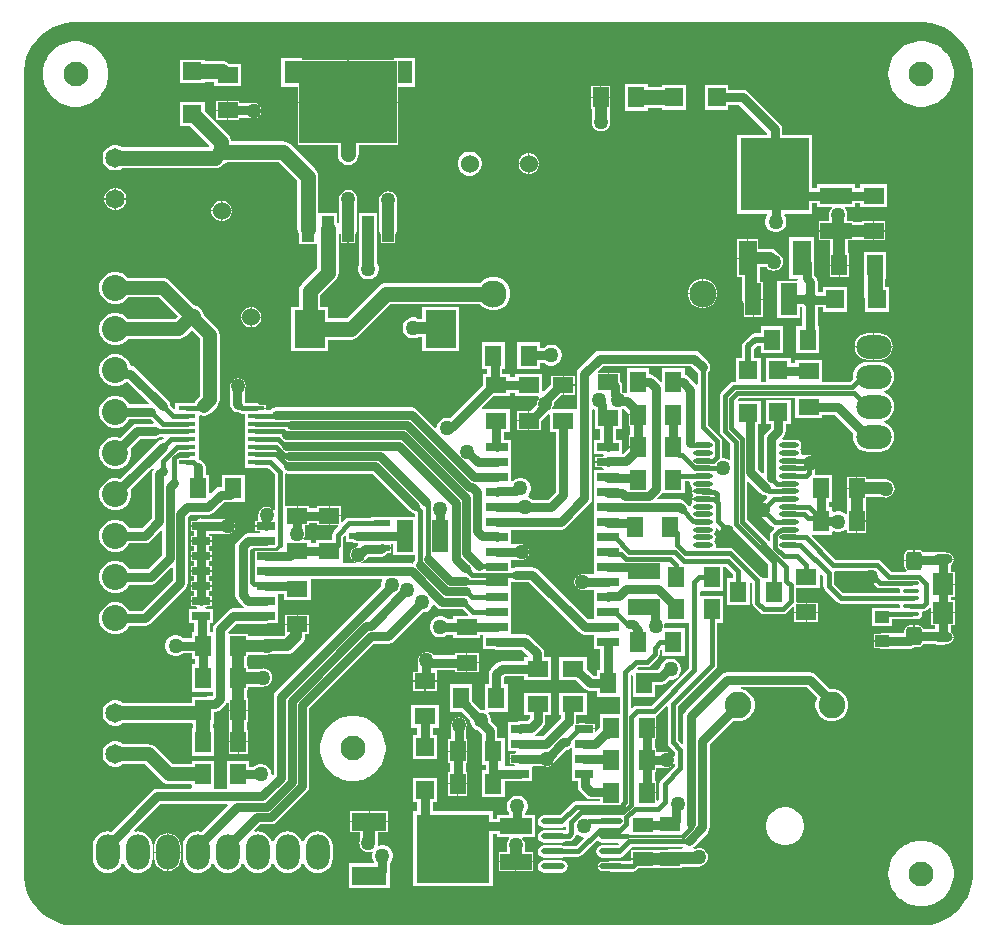
<source format=gtl>
G04*
G04 #@! TF.GenerationSoftware,Altium Limited,Altium Designer,21.1.1 (26)*
G04*
G04 Layer_Physical_Order=1*
G04 Layer_Color=255*
%FSLAX25Y25*%
%MOIN*%
G70*
G04*
G04 #@! TF.SameCoordinates,48ED7441-6B8D-405F-B593-7732F9BA20C5*
G04*
G04*
G04 #@! TF.FilePolarity,Positive*
G04*
G01*
G75*
%ADD10C,0.01000*%
%ADD16C,0.02000*%
%ADD19R,0.06299X0.11811*%
%ADD20R,0.22835X0.24410*%
%ADD34R,0.24410X0.22835*%
%ADD35R,0.11811X0.06299*%
%ADD53R,0.05315X0.02362*%
%ADD54R,0.04921X0.03937*%
%ADD55R,0.05512X0.10630*%
%ADD56R,0.05906X0.06299*%
%ADD57R,0.07087X0.05512*%
%ADD58R,0.05512X0.07087*%
%ADD59R,0.10630X0.05512*%
%ADD60O,0.05315X0.01575*%
%ADD61R,0.07087X0.07480*%
G04:AMPARAMS|DCode=62|XSize=62.99mil|YSize=55.12mil|CornerRadius=13.78mil|HoleSize=0mil|Usage=FLASHONLY|Rotation=270.000|XOffset=0mil|YOffset=0mil|HoleType=Round|Shape=RoundedRectangle|*
%AMROUNDEDRECTD62*
21,1,0.06299,0.02756,0,0,270.0*
21,1,0.03543,0.05512,0,0,270.0*
1,1,0.02756,-0.01378,-0.01772*
1,1,0.02756,-0.01378,0.01772*
1,1,0.02756,0.01378,0.01772*
1,1,0.02756,0.01378,-0.01772*
%
%ADD62ROUNDEDRECTD62*%
%ADD63R,0.04016X0.08504*%
%ADD64R,0.32795X0.27520*%
%ADD65R,0.04862X0.07520*%
%ADD66R,0.07284X0.02559*%
%ADD67R,0.07087X0.05118*%
%ADD68O,0.07795X0.02087*%
%ADD69R,0.06299X0.05906*%
%ADD70O,0.06496X0.01772*%
%ADD71R,0.06004X0.02559*%
%ADD72R,0.10236X0.12598*%
%ADD73R,0.06102X0.02756*%
%ADD74R,0.05807X0.01772*%
%ADD75C,0.03000*%
%ADD76C,0.01500*%
%ADD77C,0.05000*%
%ADD78C,0.04000*%
%ADD79C,0.04500*%
%ADD80C,0.08268*%
%ADD81O,0.11811X0.07874*%
%ADD82C,0.06496*%
%ADD83C,0.08858*%
%ADD84O,0.06299X0.03543*%
%ADD85C,0.06000*%
%ADD86C,0.08661*%
%ADD87O,0.07874X0.11811*%
%ADD88C,0.09055*%
%ADD89C,0.05000*%
G36*
X492748Y466587D02*
X494935Y466001D01*
X497028Y465134D01*
X498989Y464002D01*
X500786Y462623D01*
X502387Y461022D01*
X503766Y459225D01*
X504898Y457264D01*
X505765Y455172D01*
X506351Y452984D01*
X506647Y450739D01*
Y449606D01*
Y183071D01*
Y181939D01*
X506351Y179693D01*
X505765Y177506D01*
X504898Y175413D01*
X503766Y173452D01*
X502387Y171655D01*
X500786Y170054D01*
X498989Y168675D01*
X497028Y167543D01*
X494935Y166676D01*
X492748Y166090D01*
X490502Y165794D01*
X206405D01*
X204160Y166090D01*
X201972Y166676D01*
X199880Y167543D01*
X197918Y168675D01*
X196122Y170054D01*
X194520Y171655D01*
X193142Y173452D01*
X192009Y175413D01*
X191143Y177506D01*
X190557Y179693D01*
X190261Y181939D01*
Y183071D01*
Y449606D01*
Y450739D01*
X190557Y452984D01*
X191143Y455172D01*
X192009Y457264D01*
X193142Y459225D01*
X194520Y461022D01*
X196122Y462623D01*
X197918Y464002D01*
X199880Y465134D01*
X201972Y466001D01*
X204160Y466587D01*
X206405Y466883D01*
X490503D01*
X492748Y466587D01*
D02*
G37*
%LPC*%
G36*
X250547Y454386D02*
X242248D01*
Y446480D01*
X250547D01*
Y446903D01*
X253665D01*
Y445496D01*
X262752D01*
Y453008D01*
X258634D01*
X258005Y453490D01*
X257154Y453843D01*
X256240Y453963D01*
X250547D01*
Y454386D01*
D02*
G37*
G36*
X385774Y445715D02*
X382818D01*
Y441972D01*
X385774D01*
Y445715D01*
D02*
G37*
G36*
X382418D02*
X379462D01*
Y441972D01*
X382418D01*
Y445715D01*
D02*
G37*
G36*
X320626Y454858D02*
X313764D01*
Y454258D01*
X298566D01*
Y440298D01*
X315164D01*
Y445339D01*
X320626D01*
Y454858D01*
D02*
G37*
G36*
X282968D02*
X276106D01*
Y445339D01*
X281569D01*
Y440298D01*
X298166D01*
Y454258D01*
X282968D01*
Y454858D01*
D02*
G37*
G36*
X489370Y460468D02*
X488401D01*
X488302Y460449D01*
X488202D01*
X486300Y460071D01*
X486207Y460032D01*
X486109Y460013D01*
X484318Y459271D01*
X484234Y459215D01*
X484141Y459176D01*
X482529Y458099D01*
X482458Y458028D01*
X482375Y457972D01*
X481004Y456601D01*
X480948Y456518D01*
X480877Y456447D01*
X479800Y454835D01*
X479762Y454742D01*
X479706Y454659D01*
X478964Y452867D01*
X478944Y452769D01*
X478906Y452676D01*
X478528Y450775D01*
Y450674D01*
X478508Y450576D01*
X478508Y449606D01*
Y448637D01*
X478528Y448538D01*
Y448438D01*
X478906Y446536D01*
X478944Y446444D01*
X478964Y446345D01*
X479706Y444554D01*
X479762Y444470D01*
X479800Y444378D01*
X480877Y442766D01*
X480948Y442695D01*
X481004Y442611D01*
X482375Y441240D01*
X482458Y441184D01*
X482529Y441113D01*
X484141Y440036D01*
X484234Y439998D01*
X484318Y439942D01*
X486109Y439200D01*
X486207Y439181D01*
X486300Y439142D01*
X488202Y438764D01*
X488302D01*
X488401Y438744D01*
X490340D01*
X490438Y438764D01*
X490538D01*
X492440Y439142D01*
X492533Y439181D01*
X492631Y439200D01*
X494422Y439942D01*
X494506Y439998D01*
X494599Y440036D01*
X496211Y441113D01*
X496282Y441184D01*
X496365Y441240D01*
X497736Y442611D01*
X497792Y442695D01*
X497863Y442766D01*
X498940Y444378D01*
X498979Y444470D01*
X499034Y444554D01*
X499776Y446345D01*
X499796Y446444D01*
X499834Y446536D01*
X500213Y448438D01*
Y448538D01*
X500232Y448637D01*
Y450576D01*
X500213Y450674D01*
Y450775D01*
X499834Y452676D01*
X499796Y452769D01*
X499776Y452867D01*
X499034Y454659D01*
X498979Y454742D01*
X498940Y454835D01*
X497863Y456447D01*
X497792Y456518D01*
X497736Y456601D01*
X496365Y457972D01*
X496282Y458028D01*
X496211Y458099D01*
X494599Y459176D01*
X494506Y459215D01*
X494422Y459271D01*
X492631Y460013D01*
X492533Y460032D01*
X492440Y460071D01*
X490538Y460449D01*
X490438D01*
X490340Y460468D01*
X489370Y460468D01*
D02*
G37*
G36*
X208507D02*
X206568D01*
X206470Y460449D01*
X206369D01*
X204468Y460071D01*
X204375Y460032D01*
X204276Y460013D01*
X202485Y459271D01*
X202402Y459215D01*
X202309Y459176D01*
X200697Y458099D01*
X200626Y458028D01*
X200542Y457972D01*
X199171Y456601D01*
X199116Y456518D01*
X199045Y456447D01*
X197967Y454835D01*
X197929Y454742D01*
X197873Y454659D01*
X197131Y452867D01*
X197112Y452769D01*
X197073Y452676D01*
X196695Y450775D01*
Y450674D01*
X196675Y450576D01*
Y448637D01*
X196695Y448538D01*
Y448438D01*
X197073Y446536D01*
X197112Y446444D01*
X197131Y446345D01*
X197873Y444554D01*
X197929Y444470D01*
X197967Y444378D01*
X199045Y442766D01*
X199116Y442695D01*
X199171Y442611D01*
X200542Y441240D01*
X200626Y441184D01*
X200697Y441113D01*
X202309Y440036D01*
X202402Y439998D01*
X202485Y439942D01*
X204276Y439200D01*
X204375Y439181D01*
X204468Y439142D01*
X206369Y438764D01*
X206470D01*
X206568Y438744D01*
X208507D01*
X208605Y438764D01*
X208706D01*
X210607Y439142D01*
X210700Y439181D01*
X210799Y439200D01*
X212590Y439942D01*
X212673Y439998D01*
X212766Y440036D01*
X214378Y441113D01*
X214449Y441184D01*
X214533Y441240D01*
X215904Y442611D01*
X215959Y442695D01*
X216030Y442766D01*
X217108Y444378D01*
X217146Y444470D01*
X217202Y444554D01*
X217944Y446345D01*
X217963Y446444D01*
X218002Y446536D01*
X218380Y448438D01*
Y448538D01*
X218400Y448637D01*
Y450576D01*
X218380Y450674D01*
Y450775D01*
X218002Y452676D01*
X217963Y452769D01*
X217944Y452867D01*
X217202Y454659D01*
X217146Y454742D01*
X217108Y454835D01*
X216030Y456447D01*
X215959Y456518D01*
X215904Y456601D01*
X214533Y457972D01*
X214449Y458028D01*
X214378Y458099D01*
X212766Y459176D01*
X212673Y459215D01*
X212590Y459271D01*
X210799Y460013D01*
X210700Y460032D01*
X210607Y460071D01*
X208706Y460449D01*
X208605D01*
X208507Y460468D01*
D02*
G37*
G36*
X258009Y440597D02*
X254265D01*
Y437641D01*
X258009D01*
Y440597D01*
D02*
G37*
G36*
X398185Y446315D02*
X390673D01*
Y437228D01*
X398185D01*
Y438241D01*
X403075D01*
Y437622D01*
X410980D01*
Y445921D01*
X403075D01*
Y445302D01*
X398185D01*
Y446315D01*
D02*
G37*
G36*
X262152Y440597D02*
X258409D01*
Y437441D01*
Y434285D01*
X262152D01*
Y434892D01*
X266731D01*
X266929Y434853D01*
X267905Y435047D01*
X268731Y435599D01*
X269284Y436426D01*
X269478Y437402D01*
X269284Y438377D01*
X268731Y439204D01*
X268692Y439243D01*
X267865Y439796D01*
X266890Y439990D01*
X262152D01*
Y440597D01*
D02*
G37*
G36*
X385774Y441572D02*
X382618D01*
X379462D01*
Y437828D01*
X379622D01*
Y433494D01*
X379725Y432711D01*
X380027Y431981D01*
X380508Y431354D01*
X380538Y431325D01*
X381164Y430844D01*
X381894Y430542D01*
X382677Y430439D01*
X383460Y430542D01*
X384190Y430844D01*
X384817Y431325D01*
X385298Y431952D01*
X385600Y432681D01*
X385703Y433465D01*
X385673Y433689D01*
Y437828D01*
X385774D01*
Y441572D01*
D02*
G37*
G36*
X250547Y440213D02*
X242248D01*
Y432307D01*
X245555D01*
X252139Y425723D01*
X251932Y425223D01*
X223189D01*
X222447Y425651D01*
X221366Y425941D01*
X220248D01*
X219167Y425651D01*
X218199Y425092D01*
X217408Y424301D01*
X216848Y423333D01*
X216559Y422252D01*
Y421134D01*
X216848Y420053D01*
X217408Y419085D01*
X218199Y418294D01*
X219167Y417734D01*
X220248Y417445D01*
X221366D01*
X222447Y417734D01*
X223189Y418163D01*
X254001D01*
X254915Y418283D01*
X255766Y418636D01*
X256497Y419197D01*
X256876Y419691D01*
X257784Y419934D01*
X258126Y420131D01*
X275250D01*
X281450Y413932D01*
Y398071D01*
X281570Y397157D01*
X281923Y396306D01*
X281972Y396241D01*
Y392819D01*
X287988D01*
X288143Y392383D01*
Y384769D01*
X283075Y379701D01*
X282514Y378970D01*
X282161Y378118D01*
X282041Y377205D01*
Y371905D01*
X279453D01*
Y357307D01*
X291689D01*
Y361076D01*
X299350D01*
X300264Y361196D01*
X301115Y361549D01*
X301847Y362110D01*
X312624Y372887D01*
X342504D01*
X343397Y371994D01*
X344658Y371266D01*
X346064Y370890D01*
X347519D01*
X348925Y371266D01*
X350185Y371994D01*
X351215Y373023D01*
X351942Y374284D01*
X352319Y375690D01*
Y377145D01*
X351942Y378551D01*
X351215Y379811D01*
X350185Y380840D01*
X348925Y381568D01*
X347519Y381945D01*
X346064D01*
X344658Y381568D01*
X343397Y380840D01*
X342504Y379947D01*
X311161D01*
X310248Y379827D01*
X309396Y379474D01*
X308665Y378913D01*
X297888Y368137D01*
X291689D01*
Y371905D01*
X289101D01*
Y375743D01*
X294169Y380811D01*
X294730Y381542D01*
X295083Y382393D01*
X295203Y383307D01*
Y396470D01*
X295701Y396567D01*
X295958Y396274D01*
Y393419D01*
X298166D01*
Y398071D01*
X298566D01*
Y393419D01*
X300774D01*
Y396281D01*
X300987Y396558D01*
X301289Y397288D01*
X301392Y398071D01*
Y407425D01*
X301451Y407874D01*
X301348Y408657D01*
X301046Y409387D01*
X300565Y410014D01*
X299938Y410495D01*
X299208Y410797D01*
X298425Y410900D01*
X297642Y410797D01*
X296912Y410495D01*
X296286Y410014D01*
X296227Y409955D01*
X295746Y409328D01*
X295443Y408598D01*
X295340Y407815D01*
Y400050D01*
X294840Y399851D01*
X294681Y400020D01*
Y403323D01*
X288665D01*
X288510Y403759D01*
Y415394D01*
X288390Y416307D01*
X288038Y417159D01*
X287476Y417890D01*
X279209Y426158D01*
X278478Y426719D01*
X277626Y427071D01*
X276713Y427192D01*
X259528D01*
X259459Y427719D01*
X259106Y428571D01*
X258545Y429302D01*
X253918Y433929D01*
X254269Y434285D01*
X254764Y434285D01*
X258009D01*
Y437241D01*
X254265D01*
Y434785D01*
X254265Y434289D01*
X253909Y433938D01*
X250547Y437299D01*
Y440213D01*
D02*
G37*
G36*
X359050Y423124D02*
X358802D01*
Y419924D01*
X362002D01*
Y420172D01*
X361771Y421037D01*
X361323Y421812D01*
X360690Y422445D01*
X359915Y422893D01*
X359050Y423124D01*
D02*
G37*
G36*
X358402D02*
X358155D01*
X357290Y422893D01*
X356515Y422445D01*
X355882Y421812D01*
X355434Y421037D01*
X355202Y420172D01*
Y419924D01*
X358402D01*
Y423124D01*
D02*
G37*
G36*
X315164Y439898D02*
X281569D01*
Y425939D01*
X294895D01*
Y422835D01*
X295015Y421921D01*
X295368Y421069D01*
X295929Y420338D01*
X296660Y419777D01*
X297512Y419425D01*
X298425Y419304D01*
X299339Y419425D01*
X300190Y419777D01*
X300921Y420338D01*
X301482Y421069D01*
X301835Y421921D01*
X301955Y422835D01*
Y425939D01*
X315164D01*
Y439898D01*
D02*
G37*
G36*
X362002Y419524D02*
X358802D01*
Y416324D01*
X359050D01*
X359915Y416556D01*
X360690Y417004D01*
X361323Y417637D01*
X361771Y418412D01*
X362002Y419277D01*
Y419524D01*
D02*
G37*
G36*
X358402D02*
X355202D01*
Y419277D01*
X355434Y418412D01*
X355882Y417637D01*
X356515Y417004D01*
X357290Y416556D01*
X358155Y416324D01*
X358402D01*
Y419524D01*
D02*
G37*
G36*
X339444Y423724D02*
X338391D01*
X337373Y423452D01*
X336461Y422925D01*
X335717Y422181D01*
X335190Y421268D01*
X334917Y420251D01*
Y419198D01*
X335190Y418181D01*
X335717Y417268D01*
X336461Y416524D01*
X337373Y415997D01*
X338391Y415724D01*
X339444D01*
X340461Y415997D01*
X341373Y416524D01*
X342118Y417268D01*
X342645Y418181D01*
X342917Y419198D01*
Y420251D01*
X342645Y421268D01*
X342118Y422181D01*
X341373Y422925D01*
X340461Y423452D01*
X339444Y423724D01*
D02*
G37*
G36*
X221287Y411561D02*
X221007D01*
Y408113D01*
X224455D01*
Y408394D01*
X224206Y409321D01*
X223726Y410153D01*
X223047Y410833D01*
X222215Y411313D01*
X221287Y411561D01*
D02*
G37*
G36*
X220607D02*
X220327D01*
X219399Y411313D01*
X218567Y410833D01*
X217888Y410153D01*
X217408Y409321D01*
X217159Y408394D01*
Y408113D01*
X220607D01*
Y411561D01*
D02*
G37*
G36*
X425153Y445921D02*
X417248D01*
Y437622D01*
X425153D01*
Y439223D01*
X428826D01*
X438002Y430047D01*
Y429347D01*
X428134D01*
Y402937D01*
X437831D01*
X437958Y402778D01*
X438083Y402437D01*
X437683Y401745D01*
X437445Y400854D01*
Y399933D01*
X437683Y399043D01*
X438144Y398245D01*
X438796Y397593D01*
X439594Y397132D01*
X440484Y396894D01*
X441406D01*
X442296Y397132D01*
X443094Y397593D01*
X443746Y398245D01*
X444206Y399043D01*
X444445Y399933D01*
Y400854D01*
X444206Y401745D01*
X443807Y402437D01*
X443932Y402778D01*
X444058Y402937D01*
X452969D01*
Y406545D01*
X454650D01*
Y405339D01*
X459521D01*
X459546Y405266D01*
X459614Y404839D01*
X459480Y404704D01*
X458999Y404077D01*
X458697Y403348D01*
X458594Y402565D01*
Y400439D01*
X455250D01*
Y397483D01*
X460964D01*
Y397083D01*
X455250D01*
Y394128D01*
X459120D01*
Y389809D01*
X458990D01*
Y386066D01*
X462146D01*
X465302D01*
Y389809D01*
X465172D01*
Y394128D01*
X466679D01*
Y394258D01*
X469620D01*
Y394128D01*
X473363D01*
Y397283D01*
Y400439D01*
X469620D01*
Y400309D01*
X466679D01*
Y400439D01*
X464646D01*
Y401760D01*
X464734Y401973D01*
X464837Y402756D01*
X464734Y403539D01*
X464431Y404269D01*
X463994Y404839D01*
X464107Y405339D01*
X467279D01*
Y406545D01*
X469020D01*
Y405339D01*
X478106D01*
Y412850D01*
X469020D01*
Y411644D01*
X467279D01*
Y412850D01*
X454650D01*
Y411644D01*
X452969D01*
Y429347D01*
X443100D01*
Y431102D01*
X442906Y432078D01*
X442354Y432905D01*
X431684Y443574D01*
X430857Y444127D01*
X429882Y444321D01*
X425153D01*
Y445921D01*
D02*
G37*
G36*
X224455Y407713D02*
X221007D01*
Y404265D01*
X221287D01*
X222215Y404514D01*
X223047Y404994D01*
X223726Y405673D01*
X224206Y406505D01*
X224455Y407433D01*
Y407713D01*
D02*
G37*
G36*
X220607D02*
X217159D01*
Y407433D01*
X217408Y406505D01*
X217888Y405673D01*
X218567Y404994D01*
X219399Y404514D01*
X220327Y404265D01*
X220607D01*
Y407713D01*
D02*
G37*
G36*
X256688Y407376D02*
X256440D01*
Y404176D01*
X259640D01*
Y404424D01*
X259408Y405289D01*
X258961Y406064D01*
X258328Y406697D01*
X257553Y407145D01*
X256688Y407376D01*
D02*
G37*
G36*
X256040D02*
X255792D01*
X254928Y407145D01*
X254152Y406697D01*
X253520Y406064D01*
X253072Y405289D01*
X252840Y404424D01*
Y404176D01*
X256040D01*
Y407376D01*
D02*
G37*
G36*
X259640Y403776D02*
X256440D01*
Y400576D01*
X256688D01*
X257553Y400808D01*
X258328Y401256D01*
X258961Y401889D01*
X259408Y402664D01*
X259640Y403529D01*
Y403776D01*
D02*
G37*
G36*
X256040D02*
X252840D01*
Y403529D01*
X253072Y402664D01*
X253520Y401889D01*
X254152Y401256D01*
X254928Y400808D01*
X255792Y400576D01*
X256040D01*
Y403776D01*
D02*
G37*
G36*
X477506Y400439D02*
X473763D01*
Y397483D01*
X477506D01*
Y400439D01*
D02*
G37*
G36*
Y397083D02*
X473763D01*
Y394128D01*
X477506D01*
Y397083D01*
D02*
G37*
G36*
X311811Y410506D02*
X311028Y410403D01*
X310298Y410101D01*
X309671Y409620D01*
X309620Y409569D01*
X309139Y408942D01*
X308837Y408212D01*
X308734Y407429D01*
Y398131D01*
X308726Y398071D01*
X308829Y397288D01*
X309132Y396558D01*
X309344Y396281D01*
Y393419D01*
X311552D01*
Y398071D01*
X311952D01*
Y393419D01*
X314160D01*
Y396278D01*
X314380Y396566D01*
X314683Y397296D01*
X314786Y398079D01*
Y407092D01*
X314837Y407480D01*
X314734Y408263D01*
X314432Y408993D01*
X313951Y409620D01*
X313324Y410101D01*
X312594Y410403D01*
X311811Y410506D01*
D02*
G37*
G36*
X431355Y394534D02*
X428006D01*
Y388428D01*
X431355D01*
Y394534D01*
D02*
G37*
G36*
X435105D02*
X431755D01*
Y388228D01*
X431555D01*
Y388028D01*
X428006D01*
Y381923D01*
X429624D01*
Y375205D01*
X429727Y374422D01*
X430029Y373692D01*
X430250Y373404D01*
Y368734D01*
X433206D01*
Y374449D01*
X433405D01*
Y374649D01*
X436561D01*
Y380164D01*
X435675D01*
Y385203D01*
X437852D01*
X438156Y384899D01*
X438782Y384418D01*
X439512Y384116D01*
X440295Y384013D01*
X441079Y384116D01*
X441808Y384418D01*
X442435Y384899D01*
X442916Y385526D01*
X443218Y386256D01*
X443321Y387039D01*
X443218Y387822D01*
X442916Y388552D01*
X442435Y389178D01*
X441245Y390368D01*
X440619Y390849D01*
X439889Y391151D01*
X439106Y391254D01*
X435105D01*
Y394534D01*
D02*
G37*
G36*
X465302Y385666D02*
X462346D01*
Y381923D01*
X465302D01*
Y385666D01*
D02*
G37*
G36*
X461946D02*
X458990D01*
Y381923D01*
X461946D01*
Y385666D01*
D02*
G37*
G36*
X308067Y403323D02*
X302051D01*
Y398208D01*
X302033Y398071D01*
X302041Y398011D01*
Y386316D01*
X301857Y385997D01*
X301618Y385106D01*
Y384185D01*
X301857Y383295D01*
X302317Y382497D01*
X302969Y381845D01*
X303767Y381384D01*
X304657Y381146D01*
X305579D01*
X306469Y381384D01*
X307267Y381845D01*
X307919Y382497D01*
X308380Y383295D01*
X308618Y384185D01*
Y385106D01*
X308380Y385997D01*
X308093Y386493D01*
Y398063D01*
X308067Y398260D01*
Y403323D01*
D02*
G37*
G36*
X417165Y381345D02*
X416716D01*
Y376617D01*
X421443D01*
Y377066D01*
X421107Y378319D01*
X420459Y379443D01*
X419541Y380360D01*
X418418Y381009D01*
X417165Y381345D01*
D02*
G37*
G36*
X416316D02*
X415867D01*
X414614Y381009D01*
X413490Y380360D01*
X412573Y379443D01*
X411924Y378319D01*
X411588Y377066D01*
Y376617D01*
X416316D01*
Y381345D01*
D02*
G37*
G36*
X421443Y376217D02*
X416716D01*
Y371490D01*
X417165D01*
X418418Y371826D01*
X419541Y372474D01*
X420459Y373392D01*
X421107Y374515D01*
X421443Y375769D01*
Y376217D01*
D02*
G37*
G36*
X416316D02*
X411588D01*
Y375769D01*
X411924Y374515D01*
X412573Y373392D01*
X413490Y372474D01*
X414614Y371826D01*
X415867Y371490D01*
X416316D01*
Y376217D01*
D02*
G37*
G36*
X477713Y390409D02*
X470201D01*
Y381323D01*
X470427D01*
Y375433D01*
X470547Y374519D01*
X470791Y373929D01*
Y370299D01*
X478697D01*
Y378598D01*
X477487D01*
Y381323D01*
X477713D01*
Y390409D01*
D02*
G37*
G36*
X453697Y395134D02*
X445398D01*
Y381323D01*
X448208D01*
X448236Y381264D01*
X447920Y380764D01*
X441461D01*
Y368134D01*
X448972D01*
Y371900D01*
X449813D01*
Y365606D01*
X447760D01*
Y356520D01*
X455272D01*
Y365606D01*
X454911D01*
Y371880D01*
X456618D01*
Y370299D01*
X464524D01*
Y378598D01*
X456618D01*
Y376978D01*
X454911D01*
Y380315D01*
X454717Y381290D01*
X454165Y382117D01*
X453746Y382536D01*
Y386579D01*
X453697Y386825D01*
Y395134D01*
D02*
G37*
G36*
X266530Y371943D02*
X266283D01*
Y368743D01*
X269483D01*
Y368991D01*
X269251Y369856D01*
X268803Y370631D01*
X268170Y371264D01*
X267395Y371712D01*
X266530Y371943D01*
D02*
G37*
G36*
X265883D02*
X265635D01*
X264770Y371712D01*
X263995Y371264D01*
X263362Y370631D01*
X262914Y369856D01*
X262683Y368991D01*
Y368743D01*
X265883D01*
Y371943D01*
D02*
G37*
G36*
X436561Y374249D02*
X433605D01*
Y368734D01*
X436561D01*
Y374249D01*
D02*
G37*
G36*
X335390Y371905D02*
X323153D01*
Y367986D01*
X321838D01*
X321430Y368222D01*
X320539Y368461D01*
X319618D01*
X318728Y368222D01*
X317930Y367761D01*
X317278Y367110D01*
X316817Y366312D01*
X316579Y365421D01*
Y364500D01*
X316817Y363610D01*
X317278Y362812D01*
X317930Y362160D01*
X318728Y361699D01*
X319618Y361461D01*
X320539D01*
X321430Y361699D01*
X321838Y361935D01*
X323153D01*
Y357307D01*
X335390D01*
Y371905D01*
D02*
G37*
G36*
X221509Y383717D02*
X220105D01*
X218749Y383353D01*
X217534Y382651D01*
X216541Y381659D01*
X215840Y380443D01*
X215476Y379088D01*
Y377684D01*
X215840Y376328D01*
X216541Y375113D01*
X217534Y374120D01*
X218749Y373418D01*
X220105Y373055D01*
X221509D01*
X222865Y373418D01*
X224080Y374120D01*
X225068Y375108D01*
X235197D01*
X241559Y368746D01*
X240697Y367884D01*
X225068D01*
X224080Y368872D01*
X222865Y369574D01*
X221509Y369937D01*
X220105D01*
X218749Y369574D01*
X217534Y368872D01*
X216541Y367879D01*
X215840Y366664D01*
X215476Y365308D01*
Y363905D01*
X215840Y362549D01*
X216541Y361333D01*
X217534Y360341D01*
X218749Y359639D01*
X220105Y359276D01*
X221509D01*
X222865Y359639D01*
X224080Y360341D01*
X225068Y361328D01*
X242055D01*
X242479Y361384D01*
X242903Y361440D01*
X243694Y361767D01*
X244373Y362288D01*
X246195Y364110D01*
X249025Y361280D01*
Y342342D01*
X248017Y341334D01*
X247496Y340655D01*
X247231Y340016D01*
X240770D01*
Y338032D01*
X240270Y337825D01*
X239100Y338994D01*
X239104Y339016D01*
X238910Y339991D01*
X238357Y340818D01*
X227630Y351546D01*
X226803Y352098D01*
X225939Y352270D01*
X225775Y352884D01*
X225073Y354100D01*
X224080Y355092D01*
X222865Y355794D01*
X221509Y356157D01*
X220105D01*
X218749Y355794D01*
X217534Y355092D01*
X216541Y354100D01*
X215840Y352884D01*
X215476Y351529D01*
Y350125D01*
X215840Y348769D01*
X216541Y347554D01*
X217534Y346561D01*
X218749Y345859D01*
X220105Y345496D01*
X221509D01*
X222865Y345859D01*
X224080Y346561D01*
X224714Y347195D01*
X224771D01*
X231908Y340058D01*
X231717Y339596D01*
X225491D01*
X225073Y340320D01*
X224080Y341313D01*
X222865Y342015D01*
X221509Y342378D01*
X220105D01*
X218749Y342015D01*
X217534Y341313D01*
X216541Y340320D01*
X215840Y339105D01*
X215476Y337749D01*
Y336345D01*
X215840Y334990D01*
X216541Y333774D01*
X217534Y332782D01*
X218749Y332080D01*
X220105Y331716D01*
X221509D01*
X222865Y332080D01*
X224080Y332782D01*
X225073Y333774D01*
X225491Y334498D01*
X232618D01*
X232640Y334503D01*
X233640Y333502D01*
X233433Y333002D01*
X227992D01*
X227017Y332808D01*
X226190Y332255D01*
X222317Y328382D01*
X221509Y328598D01*
X220105D01*
X218749Y328235D01*
X217534Y327533D01*
X216541Y326541D01*
X215840Y325325D01*
X215476Y323970D01*
Y322566D01*
X215840Y321210D01*
X216541Y319995D01*
X217534Y319002D01*
X218749Y318300D01*
X220105Y317937D01*
X221509D01*
X222865Y318300D01*
X224080Y319002D01*
X225073Y319995D01*
X225775Y321210D01*
X226138Y322566D01*
Y323970D01*
X225921Y324777D01*
X229048Y327904D01*
X233898D01*
X234873Y328098D01*
X235700Y328650D01*
X235712Y328668D01*
X236811D01*
X237002Y328206D01*
X236577Y327781D01*
X236555Y327785D01*
X235580Y327591D01*
X234753Y327039D01*
X222317Y314602D01*
X221509Y314819D01*
X220105D01*
X218749Y314456D01*
X217534Y313754D01*
X216541Y312761D01*
X215840Y311546D01*
X215476Y310190D01*
Y308786D01*
X215840Y307431D01*
X216541Y306215D01*
X217534Y305223D01*
X218749Y304521D01*
X220105Y304157D01*
X221509D01*
X222865Y304521D01*
X224080Y305223D01*
X225073Y306215D01*
X225775Y307431D01*
X226138Y308786D01*
Y310190D01*
X225921Y310998D01*
X233152Y318229D01*
X233541Y317910D01*
X233074Y317212D01*
X232880Y316236D01*
Y301544D01*
X229594Y298258D01*
X225491D01*
X225073Y298982D01*
X224080Y299974D01*
X222865Y300676D01*
X221509Y301039D01*
X220105D01*
X218749Y300676D01*
X217534Y299974D01*
X216541Y298982D01*
X215840Y297766D01*
X215476Y296410D01*
Y295007D01*
X215840Y293651D01*
X216541Y292436D01*
X217534Y291443D01*
X218749Y290741D01*
X220105Y290378D01*
X221509D01*
X222865Y290741D01*
X224080Y291443D01*
X225073Y292436D01*
X225491Y293160D01*
X230650D01*
X231625Y293354D01*
X232452Y293906D01*
X235918Y297372D01*
X236380Y297181D01*
Y289296D01*
X231562Y284478D01*
X225491D01*
X225073Y285202D01*
X224080Y286195D01*
X222865Y286896D01*
X221509Y287260D01*
X220105D01*
X218749Y286896D01*
X217534Y286195D01*
X216541Y285202D01*
X215840Y283987D01*
X215476Y282631D01*
Y281227D01*
X215840Y279872D01*
X216541Y278656D01*
X217534Y277663D01*
X218749Y276962D01*
X220105Y276598D01*
X221509D01*
X222865Y276962D01*
X224080Y277663D01*
X225073Y278656D01*
X225491Y279380D01*
X232618D01*
X233594Y279574D01*
X234420Y280127D01*
X239418Y285124D01*
X239880Y284933D01*
Y280985D01*
X229594Y270699D01*
X225491D01*
X225073Y271423D01*
X224080Y272415D01*
X222865Y273117D01*
X221509Y273480D01*
X220105D01*
X218749Y273117D01*
X217534Y272415D01*
X216541Y271423D01*
X215840Y270207D01*
X215476Y268851D01*
Y267448D01*
X215840Y266092D01*
X216541Y264877D01*
X217534Y263884D01*
X218749Y263182D01*
X220105Y262819D01*
X221509D01*
X222865Y263182D01*
X224080Y263884D01*
X225073Y264877D01*
X225491Y265601D01*
X230650D01*
X231625Y265795D01*
X232452Y266347D01*
X244232Y278127D01*
X244784Y278954D01*
X244978Y279929D01*
Y302017D01*
X245606Y302645D01*
X251656D01*
X252631Y302839D01*
X253458Y303391D01*
X256931Y306864D01*
X258921D01*
X259168Y306913D01*
X263933D01*
Y316000D01*
X256421D01*
Y311962D01*
X255875D01*
X254900Y311768D01*
X254073Y311216D01*
X252584Y309727D01*
X252122Y309918D01*
Y316000D01*
X250915D01*
Y318541D01*
X250721Y319517D01*
X250168Y320344D01*
X249342Y320896D01*
X248577Y321048D01*
Y326008D01*
Y328567D01*
Y331126D01*
Y335685D01*
X249077Y336019D01*
X249486Y335849D01*
X250335Y335738D01*
X251183Y335849D01*
X251974Y336177D01*
X252653Y336698D01*
X254621Y338666D01*
X255142Y339345D01*
X255469Y340136D01*
X255581Y340984D01*
Y362638D01*
X255469Y363486D01*
X255142Y364277D01*
X254621Y364956D01*
X250358Y369219D01*
X250125Y370087D01*
X249598Y370999D01*
X248854Y371744D01*
X247942Y372271D01*
X247074Y372503D01*
X238873Y380704D01*
X238194Y381225D01*
X237403Y381552D01*
X236979Y381608D01*
X236555Y381664D01*
X225068D01*
X224080Y382651D01*
X222865Y383353D01*
X221509Y383717D01*
D02*
G37*
G36*
X269483Y368343D02*
X266283D01*
Y365143D01*
X266530D01*
X267395Y365375D01*
X268170Y365823D01*
X268803Y366456D01*
X269251Y367231D01*
X269483Y368096D01*
Y368343D01*
D02*
G37*
G36*
X265883D02*
X262683D01*
Y368096D01*
X262914Y367231D01*
X263362Y366456D01*
X263995Y365823D01*
X264770Y365375D01*
X265635Y365143D01*
X265883D01*
Y368343D01*
D02*
G37*
G36*
X475531Y363115D02*
X473763D01*
Y358940D01*
X479880D01*
X479757Y359872D01*
X479320Y360927D01*
X478625Y361833D01*
X477719Y362528D01*
X476664Y362965D01*
X475531Y363115D01*
D02*
G37*
G36*
X473363D02*
X471594D01*
X470462Y362965D01*
X469407Y362528D01*
X468501Y361833D01*
X467806Y360927D01*
X467369Y359872D01*
X467246Y358940D01*
X473363D01*
Y363115D01*
D02*
G37*
G36*
X479880Y358540D02*
X473763D01*
Y354366D01*
X475531D01*
X476664Y354515D01*
X477719Y354952D01*
X478625Y355647D01*
X479320Y356553D01*
X479757Y357608D01*
X479880Y358540D01*
D02*
G37*
G36*
X473363D02*
X467246D01*
X467369Y357608D01*
X467806Y356553D01*
X468501Y355647D01*
X469407Y354952D01*
X470462Y354515D01*
X471594Y354366D01*
X473363D01*
Y358540D01*
D02*
G37*
G36*
X362358Y360291D02*
X354847D01*
Y351205D01*
X362358D01*
Y353278D01*
X363820D01*
X363993Y353105D01*
X364791Y352644D01*
X365681Y352406D01*
X366602D01*
X367493Y352644D01*
X368291Y353105D01*
X368942Y353756D01*
X369403Y354555D01*
X369642Y355445D01*
Y356366D01*
X369403Y357257D01*
X368942Y358055D01*
X368291Y358706D01*
X367493Y359167D01*
X366602Y359405D01*
X365681D01*
X364791Y359167D01*
X363993Y358706D01*
X363662Y358376D01*
X362358D01*
Y360291D01*
D02*
G37*
G36*
X443461Y365606D02*
X435949D01*
Y363102D01*
X433996D01*
X433216Y362947D01*
X432554Y362505D01*
X430290Y360241D01*
X429848Y359580D01*
X429693Y358799D01*
Y354878D01*
X427583D01*
Y347001D01*
X427106D01*
X427106Y347001D01*
X426424Y346865D01*
X425845Y346478D01*
X425845Y346478D01*
X422754Y343388D01*
X422367Y342809D01*
X422231Y342126D01*
Y330709D01*
X422367Y330026D01*
X422754Y329447D01*
X425843Y326358D01*
Y321098D01*
X425605Y321000D01*
X425343Y320931D01*
X424579Y321372D01*
X423689Y321610D01*
X423251D01*
X422985Y321935D01*
Y327401D01*
X422985Y327402D01*
X422849Y328084D01*
X422463Y328663D01*
X422462Y328663D01*
X418458Y332668D01*
Y350350D01*
X418881Y350983D01*
X419075Y351959D01*
X418881Y352934D01*
X418328Y353761D01*
X415523Y356566D01*
X414696Y357119D01*
X413721Y357313D01*
X382224D01*
X381249Y357119D01*
X380422Y356566D01*
X375363Y351507D01*
X374810Y350680D01*
X374616Y349705D01*
Y337850D01*
X366605D01*
X366411Y338087D01*
X366358Y338344D01*
X366911Y339171D01*
X367097Y340106D01*
X369740Y342750D01*
X369879D01*
Y345905D01*
Y349061D01*
X366135D01*
Y346354D01*
X363608Y343827D01*
X363146Y344018D01*
Y349661D01*
X354059D01*
Y348454D01*
X352319D01*
Y349661D01*
X349832D01*
Y351205D01*
X350547D01*
Y360291D01*
X343035D01*
Y351205D01*
X344735D01*
Y349661D01*
X343232D01*
Y345754D01*
X332383Y334905D01*
X331898Y335035D01*
X330976D01*
X330086Y334797D01*
X329288Y334336D01*
X328636Y333684D01*
X328175Y332886D01*
X327937Y331996D01*
Y331813D01*
X327475Y331622D01*
X321357Y337739D01*
X320531Y338292D01*
X319555Y338486D01*
X274224D01*
X273249Y338292D01*
X272422Y337739D01*
X272211Y337423D01*
X271711Y337437D01*
Y337457D01*
X271111D01*
Y337930D01*
X267807D01*
Y338330D01*
X271111D01*
Y339416D01*
X269033D01*
X268490Y339778D01*
X267807Y339914D01*
X264252D01*
X264166Y340346D01*
X263966Y340644D01*
Y344395D01*
X264166Y344694D01*
X264360Y345669D01*
X264166Y346645D01*
X263613Y347472D01*
X262787Y348024D01*
X261811Y348218D01*
X260836Y348024D01*
X260009Y347472D01*
X259615Y347078D01*
X259062Y346251D01*
X258868Y345276D01*
Y339764D01*
X259062Y338788D01*
X259615Y337961D01*
X260009Y337568D01*
X260836Y337015D01*
X261811Y336821D01*
X261849Y336829D01*
X262368Y336481D01*
X263051Y336346D01*
X263051Y336346D01*
X263903D01*
Y333685D01*
Y331126D01*
Y328567D01*
Y326008D01*
Y323449D01*
Y320890D01*
Y318331D01*
X271711D01*
X272103Y318071D01*
X273944Y316229D01*
Y304138D01*
X273444Y303987D01*
X273062Y304558D01*
X272235Y305111D01*
X271260Y305305D01*
X270284Y305111D01*
X269457Y304558D01*
X269103Y304204D01*
X268551Y303377D01*
X268356Y302402D01*
Y300676D01*
X267454D01*
Y299098D01*
X270905D01*
Y298698D01*
X267454D01*
Y297120D01*
X268870D01*
X269020Y296947D01*
X268792Y296447D01*
X265084D01*
X264109Y296253D01*
X263282Y295700D01*
X261524Y293943D01*
X260972Y293116D01*
X260778Y292140D01*
Y275777D01*
X260972Y274802D01*
X261524Y273975D01*
X263282Y272217D01*
X263687Y271947D01*
X263535Y271447D01*
X260138D01*
X259162Y271253D01*
X258335Y270700D01*
X254044Y266409D01*
X253491Y265582D01*
X253297Y264606D01*
Y263638D01*
X252244D01*
Y266520D01*
X253500D01*
Y271276D01*
X250924D01*
X250773Y271776D01*
X251251Y272095D01*
X251268Y272120D01*
X252900D01*
Y273698D01*
X249449D01*
X245998D01*
Y272120D01*
X247630D01*
X247646Y272095D01*
X248125Y271776D01*
X247973Y271276D01*
X245398D01*
Y266520D01*
X247146D01*
Y263638D01*
X246185D01*
Y261643D01*
X243306D01*
X243094Y261856D01*
X242296Y262317D01*
X241406Y262555D01*
X240484D01*
X239594Y262317D01*
X238796Y261856D01*
X238144Y261204D01*
X237683Y260406D01*
X237445Y259516D01*
Y258594D01*
X237683Y257704D01*
X238144Y256906D01*
X238796Y256254D01*
X239594Y255794D01*
X240484Y255555D01*
X241406D01*
X242296Y255794D01*
X243094Y256254D01*
X243385Y256545D01*
X246185D01*
Y254551D01*
X247392D01*
Y252847D01*
X246185D01*
Y243760D01*
X253297D01*
Y242369D01*
X253033Y242105D01*
X251197D01*
X250951Y242056D01*
X246185D01*
Y239932D01*
X223537D01*
X223415Y240053D01*
X222447Y240612D01*
X221366Y240902D01*
X220248D01*
X219167Y240612D01*
X218199Y240053D01*
X217408Y239262D01*
X216848Y238293D01*
X216559Y237213D01*
Y236094D01*
X216848Y235014D01*
X217408Y234045D01*
X218199Y233254D01*
X219167Y232695D01*
X220248Y232405D01*
X221366D01*
X222447Y232695D01*
X223415Y233254D01*
X223537Y233376D01*
X246185D01*
Y232969D01*
X246663D01*
Y231515D01*
X246185D01*
Y222429D01*
X253697D01*
Y231515D01*
X253219D01*
Y232969D01*
X253697D01*
Y237007D01*
X254089D01*
X255065Y237201D01*
X255891Y237754D01*
X257649Y239511D01*
X258096Y240180D01*
X258596Y240029D01*
Y237713D01*
X264908D01*
Y241456D01*
X264778D01*
Y244360D01*
X264908D01*
Y245339D01*
X270018D01*
X270801Y245442D01*
X271531Y245744D01*
X272158Y246225D01*
X272218Y246286D01*
X272699Y246912D01*
X273002Y247642D01*
X273105Y248425D01*
X273002Y249208D01*
X272699Y249938D01*
X272218Y250565D01*
X271592Y251046D01*
X270862Y251348D01*
X270079Y251451D01*
X269617Y251390D01*
X264908D01*
Y252247D01*
X264778D01*
Y255151D01*
X264908D01*
Y256049D01*
X271110D01*
X271260Y256029D01*
X272043Y256132D01*
X272256Y256221D01*
X278144D01*
X278927Y256324D01*
X279657Y256626D01*
X280284Y257107D01*
X283242Y260065D01*
X283242Y260065D01*
X283723Y260692D01*
X284025Y261422D01*
X284128Y262205D01*
X284128Y262205D01*
Y263025D01*
X285380D01*
Y265981D01*
X281437D01*
X277494D01*
Y263025D01*
X277494Y263025D01*
X277494D01*
X277251Y262632D01*
X276891Y262272D01*
X271451D01*
X270668Y262169D01*
X270502Y262101D01*
X264908D01*
Y263038D01*
X261952D01*
Y259095D01*
X261552D01*
Y263038D01*
X258895D01*
X258596Y263038D01*
X258395Y263455D01*
Y263550D01*
X261194Y266349D01*
X270905D01*
X271765Y266520D01*
X274957D01*
Y271276D01*
X274957D01*
Y271520D01*
X274957D01*
Y276227D01*
X276894D01*
Y274236D01*
X285980D01*
Y281349D01*
X309518D01*
X309768Y280916D01*
X309672Y280749D01*
X309433Y279858D01*
Y278983D01*
X274320Y243869D01*
X273767Y243042D01*
X273573Y242067D01*
Y216230D01*
X273255Y215977D01*
X272791Y216181D01*
Y216602D01*
X272553Y217493D01*
X272092Y218291D01*
X271440Y218942D01*
X270642Y219403D01*
X269752Y219642D01*
X268831D01*
X267940Y219403D01*
X267142Y218942D01*
X266910Y218710D01*
X265508D01*
Y220724D01*
X257996D01*
Y211638D01*
X257616Y211348D01*
X254077D01*
X253697Y211638D01*
X253697Y211848D01*
Y220724D01*
X246185D01*
Y219459D01*
X240095D01*
X234363Y225192D01*
X233684Y225713D01*
X232893Y226040D01*
X232469Y226096D01*
X232045Y226152D01*
X223537D01*
X223415Y226273D01*
X222447Y226833D01*
X221366Y227122D01*
X220248D01*
X219167Y226833D01*
X218199Y226273D01*
X217408Y225482D01*
X216848Y224514D01*
X216559Y223433D01*
Y222315D01*
X216848Y221234D01*
X217408Y220266D01*
X218199Y219475D01*
X219167Y218916D01*
X220248Y218626D01*
X221366D01*
X222447Y218916D01*
X223415Y219475D01*
X223537Y219596D01*
X230687D01*
X236420Y213863D01*
X237099Y213342D01*
X237889Y213015D01*
X238738Y212903D01*
X245831D01*
X246185Y212549D01*
X246185Y211638D01*
X245805Y211348D01*
X234842D01*
X233867Y211154D01*
X233040Y210602D01*
X219424Y196985D01*
X218209Y197145D01*
X216920Y196975D01*
X215719Y196478D01*
X214687Y195686D01*
X213896Y194655D01*
X213399Y193454D01*
X213229Y192165D01*
Y188228D01*
X213399Y186940D01*
X213896Y185739D01*
X214687Y184707D01*
X215719Y183916D01*
X216920Y183418D01*
X218209Y183249D01*
X219497Y183418D01*
X220698Y183916D01*
X221730Y184707D01*
X222521Y185739D01*
X222938Y186745D01*
X223479D01*
X223896Y185739D01*
X224688Y184707D01*
X225719Y183916D01*
X226920Y183418D01*
X228209Y183249D01*
X229498Y183418D01*
X230698Y183916D01*
X231730Y184707D01*
X232521Y185739D01*
X233019Y186940D01*
X233188Y188228D01*
Y192165D01*
X233019Y193454D01*
X232521Y194655D01*
X231730Y195686D01*
X230698Y196478D01*
X229498Y196975D01*
X228209Y197145D01*
X227393Y197037D01*
X227159Y197511D01*
X235898Y206250D01*
X258035D01*
X258227Y205788D01*
X249424Y196985D01*
X248209Y197145D01*
X246920Y196975D01*
X245719Y196478D01*
X244688Y195686D01*
X243896Y194655D01*
X243399Y193454D01*
X243229Y192165D01*
Y188228D01*
X243399Y186940D01*
X243896Y185739D01*
X244688Y184707D01*
X245719Y183916D01*
X246920Y183418D01*
X248209Y183249D01*
X249498Y183418D01*
X250698Y183916D01*
X251730Y184707D01*
X252521Y185739D01*
X252938Y186745D01*
X253479D01*
X253896Y185739D01*
X254688Y184707D01*
X255719Y183916D01*
X256920Y183418D01*
X258209Y183249D01*
X259497Y183418D01*
X260699Y183916D01*
X261730Y184707D01*
X262521Y185739D01*
X262938Y186745D01*
X263479D01*
X263896Y185739D01*
X264687Y184707D01*
X265719Y183916D01*
X266920Y183418D01*
X268209Y183249D01*
X269497Y183418D01*
X270698Y183916D01*
X271730Y184707D01*
X272521Y185739D01*
X272938Y186745D01*
X273479D01*
X273896Y185739D01*
X274688Y184707D01*
X275719Y183916D01*
X276920Y183418D01*
X278209Y183249D01*
X279498Y183418D01*
X280698Y183916D01*
X281730Y184707D01*
X282521Y185739D01*
X282938Y186745D01*
X283479D01*
X283896Y185739D01*
X284687Y184707D01*
X285719Y183916D01*
X286920Y183418D01*
X288209Y183249D01*
X289497Y183418D01*
X290699Y183916D01*
X291730Y184707D01*
X292521Y185739D01*
X293019Y186940D01*
X293188Y188228D01*
Y192165D01*
X293019Y193454D01*
X292521Y194655D01*
X291730Y195686D01*
X290699Y196478D01*
X289497Y196975D01*
X288209Y197145D01*
X286920Y196975D01*
X285719Y196478D01*
X284687Y195686D01*
X283896Y194655D01*
X283479Y193649D01*
X282938D01*
X282521Y194655D01*
X281730Y195686D01*
X280698Y196478D01*
X279498Y196975D01*
X278209Y197145D01*
X276920Y196975D01*
X275719Y196478D01*
X274688Y195686D01*
X273896Y194655D01*
X273479Y193649D01*
X272938D01*
X272521Y194655D01*
X271730Y195686D01*
X270698Y196478D01*
X269497Y196975D01*
X268209Y197145D01*
X267393Y197037D01*
X267159Y197511D01*
X269098Y199450D01*
X272654D01*
X273629Y199644D01*
X274456Y200197D01*
X284762Y210503D01*
X285315Y211329D01*
X285509Y212305D01*
Y238232D01*
X306937Y259660D01*
X311717D01*
X312693Y259854D01*
X313520Y260407D01*
X323274Y270161D01*
X323630D01*
X324520Y270400D01*
X325318Y270861D01*
X325970Y271512D01*
X326431Y272310D01*
X326533Y272690D01*
X327015Y272819D01*
X327976Y271859D01*
X328803Y271306D01*
X329778Y271112D01*
X336752D01*
X336773Y271117D01*
X338437Y269453D01*
X338230Y268953D01*
X333390D01*
Y267825D01*
X331613D01*
X331283Y268155D01*
X330485Y268616D01*
X329595Y268854D01*
X328673D01*
X327783Y268616D01*
X326985Y268155D01*
X326333Y267503D01*
X325872Y266705D01*
X325634Y265815D01*
Y264894D01*
X325872Y264003D01*
X326333Y263205D01*
X326985Y262554D01*
X327783Y262093D01*
X328673Y261854D01*
X329595D01*
X330485Y262093D01*
X331283Y262554D01*
X331456Y262727D01*
X333390D01*
Y261441D01*
X342476D01*
Y262677D01*
X342988D01*
X343429Y262535D01*
Y257976D01*
X346983D01*
X347095Y257901D01*
X348071Y257707D01*
X356385D01*
X358419Y255673D01*
X358212Y255173D01*
X357012D01*
Y253868D01*
X349533D01*
X348557Y253674D01*
X347730Y253121D01*
X345973Y251364D01*
X345421Y250537D01*
X345227Y249562D01*
Y246118D01*
X344020D01*
Y237981D01*
X343520Y237608D01*
X342981Y237752D01*
X342605D01*
X339721Y240636D01*
Y246118D01*
X332209D01*
Y237032D01*
X336116D01*
X339020Y234127D01*
Y233791D01*
X339258Y232901D01*
X339719Y232103D01*
X340371Y231451D01*
X341169Y230991D01*
X341806Y230820D01*
X342986Y229639D01*
Y225114D01*
X343035Y224868D01*
Y219315D01*
X344242D01*
Y217575D01*
X343035D01*
Y208488D01*
X350547D01*
Y213809D01*
X355799D01*
X356775Y214003D01*
X356888Y214079D01*
X359801D01*
Y218638D01*
X360230Y218809D01*
X364072D01*
X364567Y218711D01*
X365542Y218905D01*
X366369Y219457D01*
X371201Y224289D01*
X371842Y224417D01*
X372652Y224958D01*
X372878Y224914D01*
X373152Y224831D01*
Y224079D01*
X373151Y224079D01*
Y223638D01*
X373152D01*
X373152Y223579D01*
Y219079D01*
X373151D01*
Y218638D01*
X373152D01*
Y214079D01*
X374853D01*
Y212244D01*
X375047Y211269D01*
X375599Y210442D01*
X377469Y208572D01*
X378296Y208019D01*
X379272Y207825D01*
X382405D01*
Y207170D01*
X374401D01*
X374401Y207170D01*
X373718Y207034D01*
X373140Y206647D01*
X373140Y206647D01*
X369028Y202536D01*
X363760D01*
X362963Y202378D01*
X362287Y201926D01*
X361835Y201250D01*
X361677Y200453D01*
X361835Y199655D01*
X362287Y198980D01*
X362963Y198528D01*
X363760Y198369D01*
X369468D01*
X370266Y198528D01*
X370550Y198718D01*
X371050Y198451D01*
Y197508D01*
X370154D01*
X369882Y197454D01*
X369468Y197536D01*
X363760D01*
X362963Y197378D01*
X362287Y196926D01*
X361835Y196250D01*
X361677Y195453D01*
X361835Y194656D01*
X362287Y193980D01*
X362963Y193528D01*
X363760Y193369D01*
X369468D01*
X370266Y193528D01*
X370882Y193939D01*
X371956D01*
X372639Y194075D01*
X373218Y194462D01*
X374096Y195341D01*
X374453Y195875D01*
X374581Y195956D01*
X374963Y196072D01*
X375016Y196018D01*
X375814Y195557D01*
X376705Y195319D01*
X376757D01*
X376948Y194857D01*
X374328Y192237D01*
X370476D01*
X370266Y192377D01*
X369468Y192536D01*
X363760D01*
X362963Y192377D01*
X362287Y191926D01*
X361835Y191250D01*
X361677Y190453D01*
X361835Y189655D01*
X362287Y188980D01*
X362963Y188528D01*
X363760Y188369D01*
X369468D01*
X370266Y188528D01*
X370476Y188669D01*
X375067D01*
X375750Y188804D01*
X376329Y189191D01*
X381186Y194048D01*
X381683Y193999D01*
X381696Y193980D01*
X382372Y193528D01*
X383169Y193369D01*
X388466D01*
X388673Y192869D01*
X388339Y192536D01*
X383169D01*
X382372Y192377D01*
X381696Y191926D01*
X381244Y191250D01*
X381086Y190453D01*
X381244Y189655D01*
X381696Y188980D01*
X382372Y188528D01*
X383169Y188369D01*
X388878D01*
X389675Y188528D01*
X390351Y188980D01*
X390803Y189655D01*
X390877Y190026D01*
X392906Y192055D01*
X409748D01*
X409863Y191917D01*
X409628Y191417D01*
X406206D01*
X405423Y191314D01*
X404693Y191012D01*
X404689Y191008D01*
X396742D01*
X395959Y190905D01*
X395928Y190892D01*
X392750D01*
Y188133D01*
X396693D01*
Y187733D01*
X392750D01*
Y187497D01*
X392489Y187237D01*
X386024D01*
X385341Y187101D01*
X385076Y186924D01*
X383169D01*
X382606Y186812D01*
X382129Y186493D01*
X381810Y186016D01*
X381737Y185653D01*
X386024D01*
Y185253D01*
X381737D01*
X381810Y184890D01*
X382129Y184412D01*
X382606Y184093D01*
X383169Y183981D01*
X385076D01*
X385341Y183804D01*
X386024Y183668D01*
X393228D01*
X393911Y183804D01*
X394490Y184191D01*
X395273Y184974D01*
X396185D01*
X396693Y184907D01*
X397067Y184956D01*
X405797D01*
X406580Y185059D01*
X406612Y185073D01*
X409790D01*
Y185365D01*
X415163D01*
X415946Y185469D01*
X416676Y185771D01*
X417303Y186252D01*
X417494Y186443D01*
X417975Y187070D01*
X418277Y187800D01*
X418380Y188583D01*
X418277Y189366D01*
X417975Y190096D01*
X417494Y190722D01*
X416867Y191203D01*
X416138Y191506D01*
X415354Y191609D01*
X414571Y191506D01*
X414358Y191417D01*
X413626D01*
X413474Y191917D01*
X413654Y192037D01*
X418279Y196662D01*
X418831Y197489D01*
X419025Y198465D01*
Y226149D01*
X426894Y234018D01*
X427770Y233784D01*
X429199D01*
X430580Y234154D01*
X431818Y234868D01*
X432829Y235879D01*
X433543Y237117D01*
X433913Y238498D01*
Y239927D01*
X433543Y241308D01*
X432829Y242546D01*
X431818Y243557D01*
X430580Y244272D01*
X429199Y244642D01*
X429232Y245128D01*
X451247D01*
X454725Y241650D01*
X454528Y241308D01*
X454157Y239927D01*
Y238498D01*
X454528Y237117D01*
X455242Y235879D01*
X456253Y234868D01*
X457491Y234154D01*
X458872Y233784D01*
X460301D01*
X461682Y234154D01*
X462920Y234868D01*
X463931Y235879D01*
X464646Y237117D01*
X465016Y238498D01*
Y239927D01*
X464646Y241308D01*
X463931Y242546D01*
X462920Y243557D01*
X461682Y244272D01*
X460301Y244642D01*
X458943D01*
X455286Y248300D01*
X455286Y248300D01*
X454106Y249480D01*
X453279Y250032D01*
X452303Y250226D01*
X424744D01*
X423769Y250032D01*
X422942Y249480D01*
X410892Y237430D01*
X410339Y236603D01*
X410145Y235627D01*
Y226496D01*
X409683Y226305D01*
X408477Y227511D01*
Y239025D01*
X420888Y251435D01*
X421274Y252014D01*
X421410Y252697D01*
X421410Y252697D01*
Y266559D01*
X423382D01*
Y275646D01*
X415870D01*
X415603Y276035D01*
Y276996D01*
X415870Y277386D01*
X423382D01*
Y285387D01*
X424373D01*
X426700Y283060D01*
Y281551D01*
X424728D01*
Y272465D01*
X432240D01*
Y280213D01*
X432702Y280404D01*
X433048Y280058D01*
Y273415D01*
X433184Y272732D01*
X433571Y272154D01*
X435589Y270136D01*
X435589Y270136D01*
X436168Y269749D01*
X436850Y269613D01*
X443347D01*
X444029Y269749D01*
X444608Y270136D01*
X446717Y272245D01*
X447179Y272053D01*
Y270318D01*
X450922D01*
Y273274D01*
X448142D01*
X447732Y273774D01*
X447788Y274055D01*
Y278173D01*
X455665D01*
Y282871D01*
X456127Y283062D01*
X456818Y282371D01*
Y278799D01*
X456954Y278116D01*
X457341Y277537D01*
X461337Y273541D01*
X461337Y273541D01*
X461916Y273155D01*
X462598Y273019D01*
X462599Y273019D01*
X482074D01*
X482484Y272519D01*
X482430Y272244D01*
X482487Y271955D01*
X482077Y271455D01*
X479839D01*
Y271472D01*
X472917D01*
Y265535D01*
X479839D01*
Y267886D01*
X484132D01*
X484252Y267863D01*
X487992D01*
X488690Y268001D01*
X489281Y268396D01*
X489676Y268988D01*
X489815Y269685D01*
X489757Y269974D01*
X489970Y270462D01*
X490123Y270503D01*
X490658Y270610D01*
X491237Y270997D01*
X492206Y271967D01*
X492207Y271967D01*
X492210Y271972D01*
X492710Y271820D01*
Y270279D01*
X496654D01*
X500597D01*
Y274219D01*
X499202D01*
Y275387D01*
X500597D01*
Y279328D01*
X496654D01*
Y279728D01*
X500597D01*
Y283668D01*
X499202D01*
Y285966D01*
X499597Y286230D01*
X500077Y286948D01*
X500206Y287595D01*
X496654D01*
Y287995D01*
X500206D01*
X500077Y288643D01*
X499597Y289361D01*
X498879Y289841D01*
X498032Y290009D01*
X497840D01*
X497629Y290150D01*
X496654Y290344D01*
X496131Y290240D01*
X489811D01*
X489668Y290455D01*
X489080Y290848D01*
X488386Y290986D01*
X487208D01*
Y287402D01*
X487008D01*
Y287202D01*
X483817D01*
Y285630D01*
X483955Y284936D01*
X484348Y284348D01*
X484550Y284213D01*
X484398Y283713D01*
X479386D01*
X475971Y287128D01*
X475392Y287515D01*
X474709Y287650D01*
X460855D01*
X452880Y295625D01*
X453072Y296087D01*
X459799D01*
Y297014D01*
X460232Y297264D01*
X460460Y297132D01*
X461350Y296894D01*
X462272D01*
X463162Y297132D01*
X463960Y297593D01*
X464198Y297831D01*
X464698Y297624D01*
Y296687D01*
X467654D01*
Y300630D01*
X467854D01*
Y300830D01*
X471010D01*
Y304573D01*
X470880D01*
Y307513D01*
X471010D01*
Y308431D01*
X477260D01*
X477559Y308391D01*
X478342Y308494D01*
X479072Y308797D01*
X479699Y309278D01*
X480180Y309904D01*
X480482Y310634D01*
X480585Y311417D01*
X480482Y312200D01*
X480180Y312930D01*
X479699Y313557D01*
X479659Y313596D01*
X479033Y314077D01*
X478303Y314380D01*
X477520Y314483D01*
X471010D01*
Y315400D01*
X468054D01*
Y311457D01*
X467854D01*
Y311257D01*
X464698D01*
Y307513D01*
X464828D01*
Y304573D01*
X464698D01*
Y303163D01*
X464198Y302956D01*
X463960Y303194D01*
X463162Y303655D01*
X462272Y303894D01*
X461350D01*
X460460Y303655D01*
X460232Y303524D01*
X459799Y303774D01*
Y305173D01*
X458592D01*
Y306913D01*
X459799D01*
Y316000D01*
X454201D01*
X453884Y316387D01*
X453936Y316653D01*
X453936Y316653D01*
Y318684D01*
X454083Y318830D01*
X454084Y318830D01*
X454470Y319409D01*
X454606Y320092D01*
X454470Y320775D01*
X454084Y321354D01*
X453467Y321970D01*
X452888Y322357D01*
X452205Y322493D01*
X449857D01*
X449447Y322993D01*
X449502Y323268D01*
X449355Y324004D01*
X448992Y324547D01*
X449355Y325091D01*
X449502Y325827D01*
X449355Y326563D01*
X448938Y327186D01*
X448315Y327603D01*
X447579Y327750D01*
X443282D01*
X443075Y328250D01*
X443574Y328749D01*
X444127Y329576D01*
X444321Y330551D01*
Y332898D01*
X445921D01*
Y340803D01*
X437622D01*
Y332898D01*
X439223D01*
Y331607D01*
X437706Y330090D01*
X437153Y329263D01*
X436959Y328287D01*
Y316590D01*
X436497Y316399D01*
X434970Y317926D01*
Y332799D01*
X435882D01*
Y340705D01*
X428458D01*
X428267Y341167D01*
X428632Y341532D01*
X447366D01*
Y334866D01*
X456453D01*
Y336073D01*
X460657D01*
X466775Y329955D01*
X466615Y328740D01*
X466785Y327451D01*
X467282Y326250D01*
X468073Y325219D01*
X469105Y324428D01*
X470306Y323930D01*
X471594Y323761D01*
X475531D01*
X476820Y323930D01*
X478021Y324428D01*
X479053Y325219D01*
X479844Y326250D01*
X480341Y327451D01*
X480511Y328740D01*
X480341Y330029D01*
X479844Y331230D01*
X479053Y332261D01*
X478021Y333053D01*
X477015Y333470D01*
Y334011D01*
X478021Y334428D01*
X479053Y335219D01*
X479844Y336250D01*
X480341Y337451D01*
X480511Y338740D01*
X480341Y340029D01*
X479844Y341230D01*
X479053Y342261D01*
X478021Y343053D01*
X477015Y343470D01*
Y344011D01*
X478021Y344428D01*
X479053Y345219D01*
X479844Y346250D01*
X480341Y347451D01*
X480511Y348740D01*
X480341Y350029D01*
X479844Y351230D01*
X479053Y352261D01*
X478021Y353053D01*
X476820Y353550D01*
X475531Y353720D01*
X471594D01*
X470306Y353550D01*
X469105Y353053D01*
X468073Y352261D01*
X467282Y351230D01*
X466785Y350029D01*
X466615Y348740D01*
X466700Y348094D01*
X465607Y347001D01*
X456453D01*
Y354189D01*
X447366D01*
Y353277D01*
X445921D01*
Y354976D01*
X437622D01*
Y347071D01*
X437151Y347001D01*
X435882D01*
Y354878D01*
X433772D01*
Y357955D01*
X434841Y359024D01*
X435949D01*
Y356520D01*
X443461D01*
Y365606D01*
D02*
G37*
G36*
X374022Y349061D02*
X370279D01*
Y346106D01*
X374022D01*
Y349061D01*
D02*
G37*
G36*
Y345706D02*
X370279D01*
Y342750D01*
X374022D01*
Y345706D01*
D02*
G37*
G36*
X467654Y315400D02*
X464698D01*
Y311657D01*
X467654D01*
Y315400D01*
D02*
G37*
G36*
X471010Y300430D02*
X468054D01*
Y296687D01*
X471010D01*
Y300430D01*
D02*
G37*
G36*
X249449Y301447D02*
X248473Y301253D01*
X247646Y300700D01*
X247630Y300676D01*
X245998D01*
Y299098D01*
X249449D01*
Y298698D01*
X245998D01*
Y297120D01*
X246900D01*
Y295676D01*
X245998D01*
Y294098D01*
X249449D01*
X252900D01*
Y295676D01*
X251998D01*
Y296309D01*
X258070D01*
X258268Y296270D01*
X259243Y296464D01*
X260070Y297017D01*
X260623Y297843D01*
X260817Y298819D01*
X260623Y299794D01*
X260070Y300621D01*
X260031Y300661D01*
X259204Y301213D01*
X258228Y301407D01*
X249647D01*
X249449Y301447D01*
D02*
G37*
G36*
X252900Y293698D02*
X249449D01*
X245998D01*
Y292120D01*
X246900D01*
Y290676D01*
X245998D01*
Y289098D01*
X249449D01*
X252900D01*
Y290676D01*
X251998D01*
Y292120D01*
X252900D01*
Y293698D01*
D02*
G37*
G36*
X486808Y290986D02*
X485630D01*
X484936Y290848D01*
X484348Y290455D01*
X483955Y289867D01*
X483817Y289173D01*
Y287602D01*
X486808D01*
Y290986D01*
D02*
G37*
G36*
X252900Y288698D02*
X249449D01*
X245998D01*
Y287120D01*
X246900D01*
Y285676D01*
X245998D01*
Y284098D01*
X249449D01*
X252900D01*
Y285676D01*
X251998D01*
Y287120D01*
X252900D01*
Y288698D01*
D02*
G37*
G36*
Y283698D02*
X249449D01*
X245998D01*
Y282120D01*
X246900D01*
Y280676D01*
X245998D01*
Y279098D01*
X249449D01*
X252900D01*
Y280676D01*
X251998D01*
Y282120D01*
X252900D01*
Y283698D01*
D02*
G37*
G36*
Y278698D02*
X249449D01*
X245998D01*
Y277120D01*
X246900D01*
Y275676D01*
X245998D01*
Y274098D01*
X249449D01*
X252900D01*
Y275676D01*
X251998D01*
Y277120D01*
X252900D01*
Y278698D01*
D02*
G37*
G36*
X455065Y273274D02*
X451322D01*
Y270318D01*
X455065D01*
Y273274D01*
D02*
G37*
G36*
Y269918D02*
X451322D01*
Y266962D01*
X455065D01*
Y269918D01*
D02*
G37*
G36*
X450922D02*
X447179D01*
Y266962D01*
X450922D01*
Y269918D01*
D02*
G37*
G36*
X285380Y269337D02*
X281637D01*
Y266381D01*
X285380D01*
Y269337D01*
D02*
G37*
G36*
X281237D02*
X277494D01*
Y266381D01*
X281237D01*
Y269337D01*
D02*
G37*
G36*
X500597Y269879D02*
X496654D01*
X492710D01*
Y265939D01*
X494105D01*
Y264754D01*
X490005D01*
X489668Y265258D01*
X489080Y265651D01*
X488386Y265789D01*
X487208D01*
Y262205D01*
X486808D01*
Y265789D01*
X485630D01*
X484936Y265651D01*
X484348Y265258D01*
X483955Y264670D01*
X483817Y263976D01*
Y263179D01*
X476378D01*
X475471Y262998D01*
X473517D01*
Y260830D01*
X476378D01*
Y260430D01*
X473517D01*
Y258261D01*
X475471D01*
X476378Y258081D01*
X485752D01*
X486727Y258275D01*
X487244Y258620D01*
X488386D01*
X489080Y258758D01*
X489668Y259151D01*
X490005Y259656D01*
X493854D01*
X494153Y259456D01*
X495129Y259262D01*
X496654D01*
X497629Y259456D01*
X497840Y259597D01*
X498032D01*
X498879Y259765D01*
X499597Y260245D01*
X500077Y260964D01*
X500206Y261611D01*
X496654D01*
Y262011D01*
X500206D01*
X500077Y262658D01*
X499597Y263377D01*
X499202Y263640D01*
Y265939D01*
X500597D01*
Y269879D01*
D02*
G37*
G36*
X341876Y256542D02*
X338133D01*
Y253586D01*
X341876D01*
Y256542D01*
D02*
G37*
G36*
Y253186D02*
X338133D01*
Y250230D01*
X341876D01*
Y253186D01*
D02*
G37*
G36*
X324951Y256880D02*
X324410D01*
X323434Y256686D01*
X322607Y256133D01*
X322410Y255936D01*
X321858Y255109D01*
X321664Y254134D01*
Y250400D01*
X320072D01*
Y247444D01*
X324016D01*
X327959D01*
Y250400D01*
X327959D01*
X328111Y250837D01*
X333990D01*
Y250230D01*
X337733D01*
Y253386D01*
Y256542D01*
X333990D01*
Y255935D01*
X326951D01*
X326753Y256133D01*
X325926Y256686D01*
X324951Y256880D01*
D02*
G37*
G36*
X327959Y247044D02*
X324216D01*
Y244088D01*
X327959D01*
Y247044D01*
D02*
G37*
G36*
X323816D02*
X320072D01*
Y244088D01*
X323816D01*
Y247044D01*
D02*
G37*
G36*
X264908Y237313D02*
X258596D01*
Y233570D01*
X258726D01*
Y230915D01*
X258596D01*
Y227172D01*
X261752D01*
X264908D01*
Y230915D01*
X264778D01*
Y233570D01*
X264908D01*
Y237313D01*
D02*
G37*
G36*
X335433Y235226D02*
X334458Y235032D01*
X333631Y234480D01*
X333404Y234253D01*
X332852Y233426D01*
X332658Y232451D01*
Y227802D01*
X331824D01*
Y224058D01*
X334980D01*
X338136D01*
Y227802D01*
X337756D01*
Y231653D01*
X337788Y231702D01*
X337982Y232677D01*
X337788Y233653D01*
X337235Y234480D01*
X336408Y235032D01*
X335433Y235226D01*
D02*
G37*
G36*
X264908Y226772D02*
X261952D01*
Y223029D01*
X264908D01*
Y226772D01*
D02*
G37*
G36*
X261552D02*
X258596D01*
Y223029D01*
X261552D01*
Y226772D01*
D02*
G37*
G36*
X328559Y239189D02*
X319472D01*
Y231677D01*
X321467D01*
Y229150D01*
X319866D01*
Y221244D01*
X328165D01*
Y229150D01*
X326565D01*
Y231677D01*
X328559D01*
Y239189D01*
D02*
G37*
G36*
X300969Y235665D02*
X299031D01*
X298932Y235646D01*
X298832D01*
X296930Y235267D01*
X296837Y235229D01*
X296739Y235209D01*
X294948Y234468D01*
X294864Y234412D01*
X294771Y234373D01*
X293159Y233296D01*
X293088Y233225D01*
X293005Y233169D01*
X291634Y231798D01*
X291578Y231715D01*
X291507Y231644D01*
X290430Y230032D01*
X290391Y229939D01*
X290336Y229855D01*
X289594Y228064D01*
X289574Y227966D01*
X289536Y227873D01*
X289158Y225972D01*
Y225871D01*
X289138Y225773D01*
Y223834D01*
X289158Y223735D01*
Y223635D01*
X289536Y221733D01*
X289574Y221640D01*
X289594Y221542D01*
X290336Y219751D01*
X290391Y219667D01*
X290430Y219574D01*
X291507Y217962D01*
X291578Y217891D01*
X291634Y217808D01*
X293005Y216437D01*
X293088Y216381D01*
X293159Y216310D01*
X294771Y215233D01*
X294864Y215195D01*
X294948Y215139D01*
X296739Y214397D01*
X296837Y214377D01*
X296930Y214339D01*
X298832Y213961D01*
X298932D01*
X299031Y213941D01*
X300969D01*
X301068Y213961D01*
X301168D01*
X303070Y214339D01*
X303163Y214377D01*
X303261Y214397D01*
X305052Y215139D01*
X305136Y215195D01*
X305229Y215233D01*
X306841Y216310D01*
X306912Y216381D01*
X306995Y216437D01*
X308366Y217808D01*
X308422Y217891D01*
X308493Y217962D01*
X309570Y219574D01*
X309609Y219667D01*
X309664Y219751D01*
X310406Y221542D01*
X310426Y221640D01*
X310464Y221733D01*
X310842Y223635D01*
Y223735D01*
X310862Y223834D01*
Y225773D01*
X310842Y225871D01*
Y225972D01*
X310464Y227873D01*
X310426Y227966D01*
X310406Y228064D01*
X309664Y229855D01*
X309609Y229939D01*
X309570Y230032D01*
X308493Y231644D01*
X308422Y231715D01*
X308366Y231798D01*
X306995Y233169D01*
X306912Y233225D01*
X306841Y233296D01*
X305229Y234373D01*
X305136Y234412D01*
X305052Y234468D01*
X303261Y235209D01*
X303163Y235229D01*
X303070Y235267D01*
X301168Y235646D01*
X301068D01*
X300969Y235665D01*
D02*
G37*
G36*
X338136Y223658D02*
X334980D01*
X331824D01*
Y219915D01*
X332431D01*
Y216975D01*
X331824D01*
Y213231D01*
X338136D01*
Y216975D01*
X337529D01*
Y219915D01*
X338136D01*
Y223658D01*
D02*
G37*
G36*
Y212831D02*
X335180D01*
Y209088D01*
X338136D01*
Y212831D01*
D02*
G37*
G36*
X334780D02*
X331824D01*
Y209088D01*
X334780D01*
Y212831D01*
D02*
G37*
G36*
X311758Y203924D02*
X305653D01*
Y200574D01*
X311758D01*
Y203924D01*
D02*
G37*
G36*
X305253D02*
X299147D01*
Y200574D01*
X305253D01*
Y203924D01*
D02*
G37*
G36*
X444657Y205173D02*
X443413D01*
X442193Y204930D01*
X441044Y204454D01*
X440010Y203763D01*
X439130Y202884D01*
X438439Y201850D01*
X437963Y200700D01*
X437720Y199480D01*
Y198236D01*
X437963Y197016D01*
X438439Y195867D01*
X439130Y194833D01*
X440010Y193953D01*
X441044Y193262D01*
X442193Y192786D01*
X443413Y192543D01*
X444657D01*
X445877Y192786D01*
X447027Y193262D01*
X448061Y193953D01*
X448941Y194833D01*
X449632Y195867D01*
X450108Y197016D01*
X450350Y198236D01*
Y199480D01*
X450108Y200700D01*
X449632Y201850D01*
X448941Y202884D01*
X448061Y203763D01*
X447027Y204454D01*
X445877Y204930D01*
X444657Y205173D01*
D02*
G37*
G36*
X238409Y196513D02*
Y190397D01*
X242583D01*
Y192165D01*
X242434Y193298D01*
X241997Y194353D01*
X241302Y195258D01*
X240396Y195954D01*
X239341Y196391D01*
X238409Y196513D01*
D02*
G37*
G36*
X238009D02*
X237076Y196391D01*
X236021Y195954D01*
X235116Y195258D01*
X234420Y194353D01*
X233983Y193298D01*
X233834Y192165D01*
Y190397D01*
X238009D01*
Y196513D01*
D02*
G37*
G36*
X328165Y214976D02*
X319866D01*
Y207071D01*
X321467D01*
Y203795D01*
X320161D01*
Y178961D01*
X346571D01*
Y196309D01*
X347957D01*
Y195102D01*
X352041D01*
X352071Y195011D01*
X352140Y194602D01*
X351681Y194003D01*
X351378Y193273D01*
X351275Y192490D01*
Y190203D01*
X348557D01*
Y187247D01*
X354272D01*
X359987D01*
Y190203D01*
X357327D01*
Y192295D01*
X357357Y192520D01*
X357254Y193303D01*
X356951Y194033D01*
X356514Y194602D01*
X356627Y195102D01*
X360587D01*
Y202614D01*
X357281D01*
X357277Y203114D01*
X357525Y203363D01*
X357986Y204161D01*
X358224Y205051D01*
Y205973D01*
X357986Y206863D01*
X357525Y207661D01*
X356873Y208313D01*
X356075Y208773D01*
X355185Y209012D01*
X354264D01*
X353374Y208773D01*
X352575Y208313D01*
X351924Y207661D01*
X351463Y206863D01*
X351224Y205973D01*
Y205051D01*
X351463Y204161D01*
X351924Y203363D01*
X352172Y203114D01*
X352168Y202614D01*
X347957D01*
Y201407D01*
X346571D01*
Y203795D01*
X326565D01*
Y207071D01*
X328165D01*
Y214976D01*
D02*
G37*
G36*
X359987Y186847D02*
X354472D01*
Y183891D01*
X359987D01*
Y186847D01*
D02*
G37*
G36*
X354072D02*
X348557D01*
Y183891D01*
X354072D01*
Y186847D01*
D02*
G37*
G36*
X242583Y189997D02*
X238409D01*
Y183880D01*
X239341Y184003D01*
X240396Y184440D01*
X241302Y185135D01*
X241997Y186041D01*
X242434Y187096D01*
X242583Y188228D01*
Y189997D01*
D02*
G37*
G36*
X238009D02*
X233834D01*
Y188228D01*
X233983Y187096D01*
X234420Y186041D01*
X235116Y185135D01*
X236021Y184440D01*
X237076Y184003D01*
X238009Y183880D01*
Y189997D01*
D02*
G37*
G36*
X369468Y187536D02*
X363760D01*
X362963Y187378D01*
X362287Y186926D01*
X361835Y186250D01*
X361677Y185453D01*
X361835Y184655D01*
X362287Y183980D01*
X362963Y183528D01*
X363760Y183369D01*
X369468D01*
X370266Y183528D01*
X370942Y183980D01*
X371393Y184655D01*
X371552Y185453D01*
X371393Y186250D01*
X370942Y186926D01*
X370266Y187378D01*
X369468Y187536D01*
D02*
G37*
G36*
X311758Y200174D02*
X305453D01*
X299147D01*
Y196824D01*
X302259D01*
Y194245D01*
X302195Y194090D01*
X302092Y193307D01*
X302195Y192524D01*
X302498Y191794D01*
X302978Y191167D01*
X303605Y190687D01*
X304335Y190384D01*
X305118Y190281D01*
X305901Y190384D01*
X306108Y190470D01*
X306520Y190099D01*
X306343Y189437D01*
Y188516D01*
X306581Y187625D01*
X306924Y187031D01*
X306671Y186537D01*
X306664Y186531D01*
X298547D01*
Y178232D01*
X312358D01*
Y183864D01*
X312391Y184031D01*
Y186576D01*
X312643Y186827D01*
X313104Y187625D01*
X313342Y188516D01*
Y189437D01*
X313104Y190327D01*
X312643Y191125D01*
X311992Y191777D01*
X311193Y192238D01*
X310303Y192476D01*
X309382D01*
X308570Y192259D01*
X308358Y192413D01*
X308187Y192639D01*
X308208Y192691D01*
X308311Y193474D01*
Y196824D01*
X311758D01*
Y200174D01*
D02*
G37*
G36*
X490340Y193933D02*
X488401D01*
X488302Y193913D01*
X488202D01*
X486300Y193535D01*
X486207Y193497D01*
X486109Y193477D01*
X484318Y192735D01*
X484234Y192679D01*
X484141Y192641D01*
X482529Y191564D01*
X482458Y191493D01*
X482375Y191437D01*
X481004Y190066D01*
X480948Y189983D01*
X480877Y189912D01*
X479800Y188300D01*
X479762Y188207D01*
X479706Y188123D01*
X478964Y186332D01*
X478944Y186233D01*
X478906Y186141D01*
X478528Y184239D01*
Y184139D01*
X478508Y184040D01*
Y182102D01*
X478528Y182003D01*
Y181903D01*
X478906Y180001D01*
X478944Y179908D01*
X478964Y179810D01*
X479706Y178018D01*
X479762Y177935D01*
X479800Y177842D01*
X480877Y176230D01*
X480948Y176159D01*
X481004Y176076D01*
X482375Y174705D01*
X482458Y174649D01*
X482529Y174578D01*
X484141Y173501D01*
X484234Y173462D01*
X484318Y173407D01*
X486109Y172665D01*
X486207Y172645D01*
X486300Y172607D01*
X488202Y172228D01*
X488302D01*
X488401Y172209D01*
X490340D01*
X490438Y172228D01*
X490538D01*
X492440Y172607D01*
X492533Y172645D01*
X492631Y172665D01*
X494422Y173407D01*
X494506Y173462D01*
X494599Y173501D01*
X496211Y174578D01*
X496282Y174649D01*
X496365Y174705D01*
X497736Y176076D01*
X497792Y176159D01*
X497863Y176230D01*
X498940Y177842D01*
X498979Y177935D01*
X499034Y178018D01*
X499776Y179810D01*
X499796Y179908D01*
X499834Y180001D01*
X500213Y181903D01*
Y182003D01*
X500232Y182102D01*
Y184040D01*
X500213Y184139D01*
Y184239D01*
X499834Y186141D01*
X499796Y186233D01*
X499776Y186332D01*
X499034Y188123D01*
X498979Y188207D01*
X498940Y188300D01*
X497863Y189912D01*
X497792Y189983D01*
X497736Y190066D01*
X496365Y191437D01*
X496282Y191493D01*
X496211Y191564D01*
X494599Y192641D01*
X494506Y192679D01*
X494422Y192735D01*
X492631Y193477D01*
X492533Y193497D01*
X492440Y193535D01*
X490538Y193913D01*
X490438D01*
X490340Y193933D01*
D02*
G37*
%LPD*%
G36*
X414723Y350156D02*
X414889Y350045D01*
Y346165D01*
X414389Y346014D01*
X414243Y346232D01*
X411881Y348594D01*
X411054Y349146D01*
X410587Y349239D01*
Y351433D01*
X403075D01*
Y347084D01*
X402575Y346877D01*
X400759Y348692D01*
X399932Y349245D01*
X398957Y349439D01*
X398776D01*
Y351433D01*
X391264D01*
Y343111D01*
X390110D01*
X389991Y343288D01*
X389769Y343510D01*
Y345634D01*
X389575Y346609D01*
X389120Y347290D01*
Y350046D01*
X385377D01*
Y346890D01*
X384977D01*
Y350046D01*
X381818D01*
X381611Y350546D01*
X383280Y352215D01*
X412665D01*
X414723Y350156D01*
D02*
G37*
G36*
X391864Y336402D02*
Y336263D01*
X395020D01*
Y335863D01*
X391864D01*
Y332120D01*
X392471D01*
Y329180D01*
X391864D01*
Y325436D01*
X395020D01*
Y325036D01*
X391864D01*
Y324898D01*
X390024Y323058D01*
X389524Y323103D01*
Y327536D01*
X387579D01*
Y331323D01*
X389720D01*
Y338013D01*
X390252D01*
X391864Y336402D01*
D02*
G37*
G36*
X354059Y342150D02*
X361692D01*
X362102Y341650D01*
X362015Y341210D01*
X361988Y341183D01*
X361436Y340357D01*
X361284Y339593D01*
X358941Y337250D01*
X358802D01*
Y334095D01*
Y330939D01*
X362546D01*
Y333646D01*
X365073Y336174D01*
X365535Y335982D01*
Y330339D01*
X367530D01*
Y310333D01*
X364903Y307706D01*
X359822D01*
X359570Y307958D01*
X358772Y308419D01*
X358530Y308484D01*
X358381Y309041D01*
X358647Y309308D01*
X359108Y310106D01*
X359347Y310996D01*
Y311917D01*
X359108Y312808D01*
X358647Y313606D01*
X357996Y314257D01*
X357197Y314718D01*
X356307Y314957D01*
X355386D01*
X354496Y314718D01*
X353697Y314257D01*
X353213Y313773D01*
X352713Y313980D01*
Y317535D01*
X352713D01*
Y317976D01*
X352713D01*
Y322535D01*
X352713D01*
Y322976D01*
X352713D01*
Y327536D01*
X350325D01*
Y330339D01*
X352319D01*
Y337850D01*
X343245D01*
X342900Y338213D01*
X346837Y342150D01*
X352319D01*
Y343357D01*
X354059D01*
Y342150D01*
D02*
G37*
G36*
X412443Y313306D02*
X412388Y313032D01*
X412535Y312296D01*
X412951Y311672D01*
X413082Y311584D01*
X413180Y311094D01*
X413100Y310974D01*
X413040Y310672D01*
X416673D01*
Y310273D01*
X413040D01*
X413100Y309971D01*
X413384Y309545D01*
X413462Y309494D01*
Y308892D01*
X413384Y308840D01*
X413100Y308415D01*
X413040Y308113D01*
X416673D01*
Y307713D01*
X413040D01*
X413100Y307412D01*
X413180Y307292D01*
X413082Y306802D01*
X412951Y306714D01*
X412535Y306090D01*
X412459Y305710D01*
X412410Y305691D01*
X411939Y305657D01*
X411463Y306369D01*
X410774Y307058D01*
X409947Y307611D01*
X408971Y307805D01*
X401659D01*
X401468Y308267D01*
X402719Y309518D01*
X403075Y309866D01*
X410587D01*
Y313806D01*
X412033D01*
X412443Y313306D01*
D02*
G37*
G36*
X278189Y316388D02*
X306423D01*
X319034Y303778D01*
X319861Y303225D01*
X320598Y303079D01*
Y302024D01*
X313508D01*
Y302024D01*
X313244D01*
Y302024D01*
X305929D01*
Y301627D01*
X298661D01*
X298661Y301627D01*
X297979Y301491D01*
X297400Y301104D01*
X297400Y301104D01*
X296472Y300177D01*
X296010Y300368D01*
Y302202D01*
X292267D01*
Y299246D01*
X294888D01*
X295079Y298784D01*
X293599Y297303D01*
X293212Y296724D01*
X293076Y296041D01*
Y294346D01*
X287524D01*
Y293140D01*
X285980D01*
Y294346D01*
X283768D01*
X283501Y294846D01*
X283851Y295371D01*
X284045Y296346D01*
X284015Y296495D01*
Y299246D01*
X285380D01*
Y299853D01*
X288124D01*
Y299246D01*
X291867D01*
Y302401D01*
Y305557D01*
X288124D01*
Y304950D01*
X285380D01*
Y305557D01*
X281637D01*
Y302402D01*
X281237D01*
Y305557D01*
X277513D01*
Y316128D01*
X277899Y316446D01*
X278189Y316388D01*
D02*
G37*
G36*
X435835Y309851D02*
X436662Y309299D01*
X437638Y309105D01*
X437698Y309117D01*
X437981Y308928D01*
X438117Y308357D01*
X435353Y305592D01*
X434966Y305013D01*
X434830Y304331D01*
X434966Y303648D01*
X435353Y303069D01*
X439395Y299027D01*
X439395Y299026D01*
X439974Y298640D01*
X440218Y298591D01*
X440382Y298049D01*
X439557Y297223D01*
X439170Y296644D01*
X439034Y295961D01*
Y293990D01*
X438572Y293798D01*
X431312Y301059D01*
Y313721D01*
X431774Y313913D01*
X435835Y309851D01*
D02*
G37*
G36*
X380585Y337595D02*
Y336335D01*
X380634Y336088D01*
Y331323D01*
X382481D01*
Y327536D01*
X380240D01*
Y322976D01*
X383444D01*
X383596Y322476D01*
X383300Y322279D01*
X383080Y322058D01*
X382997Y321936D01*
X380840D01*
Y320456D01*
X384882D01*
Y320056D01*
X380840D01*
Y318576D01*
X382997D01*
X383080Y318454D01*
X383698Y318040D01*
X383701Y318022D01*
X383554Y317535D01*
X380240D01*
Y313035D01*
X380240Y312976D01*
X380240D01*
Y312535D01*
X380240D01*
Y308035D01*
X380240Y307976D01*
X380240D01*
Y307535D01*
X380240D01*
Y302976D01*
X380240D01*
Y302535D01*
X380240D01*
Y298036D01*
X380240Y297976D01*
X380240D01*
Y297535D01*
X380240D01*
Y293036D01*
X380240Y292976D01*
X380240D01*
Y292535D01*
X380240D01*
Y287976D01*
X380240D01*
Y287535D01*
X380240D01*
Y282976D01*
X379799Y282834D01*
X376526D01*
X376378Y282864D01*
X375402Y282670D01*
X374576Y282117D01*
X374023Y281290D01*
X373829Y280315D01*
X374023Y279340D01*
X374576Y278513D01*
X374605Y278483D01*
X375432Y277930D01*
X376408Y277736D01*
X379823D01*
X380240Y277535D01*
Y273036D01*
X380240Y272976D01*
X380240D01*
Y272535D01*
X380240D01*
Y267976D01*
X379811Y267805D01*
X378300D01*
X361586Y284519D01*
X360759Y285071D01*
X359784Y285265D01*
X354272D01*
X353296Y285071D01*
X353154Y284976D01*
X352713Y285212D01*
Y287535D01*
X353142Y287707D01*
X355804D01*
X356299Y287609D01*
X357275Y287803D01*
X358102Y288355D01*
X358654Y289182D01*
X358848Y290158D01*
X358654Y291133D01*
X358102Y291960D01*
X358003Y292058D01*
X357176Y292611D01*
X356201Y292805D01*
X353142D01*
X352713Y292976D01*
Y297535D01*
X353142Y297707D01*
X369266D01*
X370242Y297901D01*
X371069Y298453D01*
X378968Y306353D01*
X379520Y307180D01*
X379714Y308155D01*
Y337582D01*
X380153Y337835D01*
X380585Y337595D01*
D02*
G37*
G36*
X297661Y295666D02*
Y293528D01*
X300083D01*
X300343Y293354D01*
X301319Y293160D01*
X301594D01*
X301801Y292660D01*
X300932Y291791D01*
X300599Y291725D01*
X299772Y291173D01*
X299220Y290346D01*
X299026Y289370D01*
X299220Y288395D01*
X299772Y287568D01*
X300599Y287015D01*
X300944Y286947D01*
X300895Y286447D01*
X296881D01*
X296610Y286835D01*
Y292424D01*
X296644Y292597D01*
X296644Y292597D01*
Y295302D01*
X297200Y295857D01*
X297661Y295666D01*
D02*
G37*
G36*
X313508Y292831D02*
Y292215D01*
X313459Y291968D01*
X313508Y291722D01*
Y289394D01*
X320598D01*
Y287681D01*
X320580Y287668D01*
X320027Y286842D01*
X319933Y286369D01*
X319542Y286447D01*
X302796D01*
X302747Y286947D01*
X303091Y287015D01*
X303918Y287568D01*
X305058Y288707D01*
X309268D01*
X310243Y288901D01*
X311070Y289454D01*
X311389Y289772D01*
X311537Y289994D01*
X312644D01*
Y291375D01*
X309587D01*
Y291775D01*
X312644D01*
Y292872D01*
X313144Y293070D01*
X313508Y292831D01*
D02*
G37*
G36*
X423059Y296648D02*
X423155Y296168D01*
X423541Y295589D01*
X424120Y295202D01*
X424803Y295066D01*
X425486Y295202D01*
X426065Y295589D01*
X426452Y296168D01*
X426587Y296850D01*
Y297342D01*
X426789Y297486D01*
X427069Y297568D01*
X438511Y286126D01*
Y281551D01*
X436539D01*
X436195Y281908D01*
X436094Y282059D01*
X427088Y291065D01*
X426510Y291452D01*
X425827Y291587D01*
X421210D01*
X420864Y292087D01*
X420958Y292559D01*
X420812Y293295D01*
X420448Y293839D01*
X420812Y294382D01*
X420958Y295118D01*
X420812Y295854D01*
X420448Y296398D01*
X420812Y296941D01*
X420958Y297677D01*
X420868Y298132D01*
X421329Y298378D01*
X423059Y296648D01*
D02*
G37*
G36*
X472153Y283582D02*
X472132Y283578D01*
X471553Y283191D01*
X471166Y282612D01*
X471030Y281929D01*
X471166Y281246D01*
X471553Y280667D01*
X472132Y280281D01*
X472815Y280145D01*
X473023D01*
X474508Y278660D01*
X475087Y278273D01*
X475770Y278137D01*
X475770Y278137D01*
X482074D01*
X482484Y277637D01*
X482430Y277362D01*
X482484Y277087D01*
X482074Y276587D01*
X463338D01*
X460387Y279538D01*
Y283110D01*
X460387Y283110D01*
X460293Y283582D01*
X460575Y284023D01*
X460659Y284082D01*
X472104D01*
X472153Y283582D01*
D02*
G37*
G36*
X411571Y266559D02*
X412035Y266472D01*
Y251566D01*
X399497Y239028D01*
X394528D01*
X394528Y239028D01*
X393845Y238893D01*
X393266Y238506D01*
X393034Y238274D01*
X392572Y238465D01*
Y249143D01*
X392732Y249262D01*
X393232Y249011D01*
Y241953D01*
X400744D01*
Y245990D01*
X402723D01*
X403698Y246184D01*
X404525Y246737D01*
X405469Y247681D01*
X406366D01*
X407257Y247920D01*
X408055Y248380D01*
X408706Y249032D01*
X409167Y249830D01*
X409406Y250720D01*
Y251642D01*
X409167Y252532D01*
X408706Y253330D01*
X408055Y253982D01*
X407257Y254443D01*
X406366Y254681D01*
X405445D01*
X404555Y254443D01*
X403757Y253982D01*
X403105Y253330D01*
X402644Y252532D01*
X402473Y251895D01*
X401667Y251088D01*
X398244D01*
X397998Y251039D01*
X395008D01*
X394801Y251513D01*
X395030Y251798D01*
X397874D01*
X398557Y251934D01*
X399136Y252321D01*
X401793Y254978D01*
X401793Y254978D01*
X402180Y255557D01*
X402316Y256240D01*
Y257607D01*
X402602Y257837D01*
X403075Y257629D01*
Y255732D01*
X410587D01*
Y264819D01*
X403939D01*
X403622Y265205D01*
X403730Y265748D01*
X403651Y266147D01*
X403950Y266548D01*
X404078Y266559D01*
X411571D01*
Y266559D01*
D02*
G37*
G36*
X353296Y280362D02*
X354272Y280168D01*
X358728D01*
X375442Y263454D01*
X376269Y262901D01*
X377244Y262707D01*
X379811D01*
X380240Y262535D01*
Y257976D01*
X382481D01*
Y251039D01*
X381421D01*
Y249045D01*
X380131D01*
X377909Y251266D01*
Y255173D01*
X368823D01*
Y247661D01*
X374305D01*
X377272Y244694D01*
X378099Y244141D01*
X379075Y243947D01*
X381421D01*
Y241953D01*
X388933D01*
X389003Y241482D01*
Y236276D01*
X382405D01*
Y231683D01*
X382119Y231491D01*
X381017Y230390D01*
X380556Y230581D01*
Y231158D01*
X377153D01*
Y231558D01*
X380556D01*
Y233038D01*
X377680D01*
X377153Y233143D01*
X375431D01*
X375431Y233143D01*
X374904Y233038D01*
X374701D01*
X374384Y233424D01*
X374439Y233701D01*
Y235850D01*
X377909D01*
Y243362D01*
X368823D01*
Y235850D01*
X369341D01*
Y234855D01*
X363393Y228907D01*
X360807D01*
X360655Y229407D01*
X360995Y229635D01*
X363357Y231997D01*
X363910Y232824D01*
X364104Y233799D01*
Y235850D01*
X366098D01*
Y243362D01*
X357012D01*
Y235850D01*
X359006D01*
Y234855D01*
X358137Y233986D01*
X355878D01*
X354903Y233792D01*
X354672Y233638D01*
X351797D01*
Y229079D01*
X351797D01*
Y228638D01*
X351797D01*
Y224079D01*
X354471D01*
X354619Y223592D01*
X354615Y223574D01*
X353997Y223161D01*
X353915Y223038D01*
X352397D01*
Y221558D01*
X355799D01*
Y221158D01*
X352397D01*
Y219679D01*
X353844D01*
X354089Y219398D01*
X353916Y218907D01*
X350770D01*
X350547Y219315D01*
Y228402D01*
X348084D01*
Y230695D01*
X347890Y231670D01*
X347338Y232497D01*
X346020Y233816D01*
Y234713D01*
X345781Y235603D01*
X345320Y236401D01*
X345152Y236570D01*
X345343Y237032D01*
X351532D01*
Y246118D01*
X350325D01*
Y248506D01*
X350589Y248770D01*
X357012D01*
Y247661D01*
X366098D01*
Y255173D01*
X363809D01*
Y256437D01*
X363615Y257413D01*
X363062Y258239D01*
X359243Y262058D01*
X358416Y262611D01*
X357441Y262805D01*
X353142D01*
X352713Y262976D01*
Y267476D01*
X352713Y267535D01*
X352713D01*
Y267976D01*
X352713D01*
Y272535D01*
X352713D01*
Y272976D01*
X352713D01*
Y277535D01*
X352713D01*
Y277976D01*
X352713D01*
Y280221D01*
X353154Y280457D01*
X353296Y280362D01*
D02*
G37*
G36*
X404909Y238740D02*
Y226772D01*
X405045Y226089D01*
X405431Y225510D01*
X407271Y223670D01*
Y222205D01*
X406771Y222053D01*
X406359Y222669D01*
X406340Y222688D01*
X405513Y223241D01*
X404537Y223435D01*
X401128D01*
Y224849D01*
X400521D01*
Y227789D01*
X401128D01*
Y231532D01*
X397972D01*
Y231932D01*
X401128D01*
Y235676D01*
X401453Y235945D01*
X401498Y235982D01*
X401498Y235982D01*
X404447Y238931D01*
X404909Y238740D01*
D02*
G37*
G36*
X407271Y219528D02*
Y218849D01*
X402675Y214254D01*
X402288Y213675D01*
X402153Y212992D01*
Y207826D01*
X401590Y207263D01*
X401128Y207455D01*
Y209879D01*
X397972D01*
Y210279D01*
X401128D01*
Y214022D01*
X400521D01*
Y216962D01*
X401128D01*
Y218337D01*
X404458D01*
X404557Y218317D01*
X405533Y218511D01*
X406359Y219064D01*
X406771Y219679D01*
X407271Y219528D01*
D02*
G37*
%LPC*%
G36*
X358402Y337250D02*
X354659D01*
Y334295D01*
X358402D01*
Y337250D01*
D02*
G37*
G36*
Y333894D02*
X354659D01*
Y330939D01*
X358402D01*
Y333894D01*
D02*
G37*
G36*
X296010Y305557D02*
X292267D01*
Y302602D01*
X296010D01*
Y305557D01*
D02*
G37*
%LPD*%
D10*
X266289Y290501D02*
X267085Y291298D01*
X274467D01*
X275728Y292559D01*
X391379Y195740D02*
X410004D01*
D16*
X433996Y361063D02*
X439705D01*
X431732Y358799D02*
X433996Y361063D01*
X431732Y350925D02*
Y358799D01*
D19*
X449547Y388228D02*
D03*
X431555D02*
D03*
D20*
X440551Y416142D02*
D03*
D34*
X333366Y191378D02*
D03*
D35*
X305453Y200374D02*
D03*
Y182382D02*
D03*
D53*
X309587Y291575D02*
D03*
Y299843D02*
D03*
X301319Y295709D02*
D03*
D54*
X476378Y268504D02*
D03*
Y260630D02*
D03*
D55*
X445217Y374449D02*
D03*
X433405D02*
D03*
X317264Y295709D02*
D03*
X329075D02*
D03*
D56*
X474744Y374449D02*
D03*
X460571D02*
D03*
X421201Y441772D02*
D03*
X407028D02*
D03*
D57*
X385177Y335079D02*
D03*
Y346890D02*
D03*
X370079Y345905D02*
D03*
Y334095D02*
D03*
X473563Y409094D02*
D03*
Y397284D02*
D03*
X347776Y334095D02*
D03*
Y345905D02*
D03*
X358602Y334095D02*
D03*
Y345905D02*
D03*
X451122Y281929D02*
D03*
Y270118D02*
D03*
X451909Y338622D02*
D03*
Y350433D02*
D03*
X337933Y265197D02*
D03*
Y253386D02*
D03*
X373366Y251417D02*
D03*
Y239606D02*
D03*
X361555Y251417D02*
D03*
Y239606D02*
D03*
X324016Y235433D02*
D03*
Y247244D02*
D03*
X258209Y449252D02*
D03*
Y437441D02*
D03*
X281437Y290591D02*
D03*
Y302402D02*
D03*
Y266181D02*
D03*
Y277992D02*
D03*
X292067Y290591D02*
D03*
Y302402D02*
D03*
D58*
X456043Y311457D02*
D03*
X467854D02*
D03*
X428484Y277008D02*
D03*
X440295D02*
D03*
X419626Y281929D02*
D03*
X407815D02*
D03*
X394035Y298661D02*
D03*
X405847D02*
D03*
X382618Y441772D02*
D03*
X394429D02*
D03*
X473957Y385866D02*
D03*
X462146D02*
D03*
X397972Y210079D02*
D03*
X386161D02*
D03*
X358602Y355748D02*
D03*
X346791D02*
D03*
X456043Y300630D02*
D03*
X467854D02*
D03*
X406831Y336063D02*
D03*
X395020D02*
D03*
X406831Y325236D02*
D03*
X395020D02*
D03*
Y260276D02*
D03*
X406831D02*
D03*
X407815Y271102D02*
D03*
X419626D02*
D03*
X439705Y361063D02*
D03*
X451516D02*
D03*
X406831Y346890D02*
D03*
X395020D02*
D03*
X406831Y314409D02*
D03*
X395020D02*
D03*
X346791Y213032D02*
D03*
X334980D02*
D03*
Y223858D02*
D03*
X346791D02*
D03*
X397972Y231732D02*
D03*
X386161D02*
D03*
X397972Y220905D02*
D03*
X386161D02*
D03*
X347776Y241575D02*
D03*
X335965D02*
D03*
X385177Y246496D02*
D03*
X396988D02*
D03*
X261752Y226972D02*
D03*
X249941D02*
D03*
Y259095D02*
D03*
X261752D02*
D03*
X249941Y248304D02*
D03*
X261752D02*
D03*
Y216181D02*
D03*
X249941D02*
D03*
Y237513D02*
D03*
X261752D02*
D03*
X260177Y311457D02*
D03*
X248366D02*
D03*
D59*
X396988Y283898D02*
D03*
Y272087D02*
D03*
X460965Y409094D02*
D03*
Y397284D02*
D03*
X354272Y198858D02*
D03*
Y187047D02*
D03*
D60*
X486122Y277362D02*
D03*
Y279921D02*
D03*
Y269685D02*
D03*
Y272244D02*
D03*
Y274803D02*
D03*
D61*
X496654Y270079D02*
D03*
Y279528D02*
D03*
D62*
X487008Y262205D02*
D03*
Y287402D02*
D03*
D63*
X284980Y398071D02*
D03*
X291673D02*
D03*
X298366D02*
D03*
X305059D02*
D03*
X311752D02*
D03*
D64*
X298366Y440098D02*
D03*
D65*
X317195Y450098D02*
D03*
X279537D02*
D03*
D66*
X348071Y325256D02*
D03*
Y320256D02*
D03*
Y315256D02*
D03*
Y310256D02*
D03*
Y305256D02*
D03*
Y300256D02*
D03*
Y295256D02*
D03*
Y290256D02*
D03*
Y285256D02*
D03*
Y280256D02*
D03*
Y275256D02*
D03*
Y270256D02*
D03*
Y265256D02*
D03*
Y260256D02*
D03*
X384882D02*
D03*
Y265256D02*
D03*
Y270256D02*
D03*
Y275256D02*
D03*
Y280256D02*
D03*
Y285256D02*
D03*
Y290256D02*
D03*
Y295256D02*
D03*
Y300256D02*
D03*
Y305256D02*
D03*
Y310256D02*
D03*
Y315256D02*
D03*
Y320256D02*
D03*
Y325256D02*
D03*
D67*
X405847Y188031D02*
D03*
Y199449D02*
D03*
X396693Y187933D02*
D03*
Y199350D02*
D03*
D68*
X386024Y185453D02*
D03*
Y190453D02*
D03*
Y195453D02*
D03*
Y200453D02*
D03*
X366614Y185453D02*
D03*
Y190453D02*
D03*
Y195453D02*
D03*
Y200453D02*
D03*
D69*
X441772Y351024D02*
D03*
Y336850D02*
D03*
X431732Y350925D02*
D03*
Y336752D02*
D03*
X324016Y225197D02*
D03*
Y211024D02*
D03*
X246398Y436260D02*
D03*
Y450433D02*
D03*
D70*
X445217Y292559D02*
D03*
Y295118D02*
D03*
Y297677D02*
D03*
Y300236D02*
D03*
Y302795D02*
D03*
Y305354D02*
D03*
Y307913D02*
D03*
Y310472D02*
D03*
Y313032D02*
D03*
Y315591D02*
D03*
Y318150D02*
D03*
Y320709D02*
D03*
Y323268D02*
D03*
Y325827D02*
D03*
X416673Y292559D02*
D03*
Y295118D02*
D03*
Y297677D02*
D03*
Y300236D02*
D03*
Y302795D02*
D03*
Y305354D02*
D03*
Y307913D02*
D03*
Y310472D02*
D03*
Y313032D02*
D03*
Y315591D02*
D03*
Y318150D02*
D03*
Y320709D02*
D03*
Y323268D02*
D03*
Y325827D02*
D03*
D71*
X377153Y216358D02*
D03*
Y221358D02*
D03*
Y226358D02*
D03*
Y231358D02*
D03*
X355799D02*
D03*
Y226358D02*
D03*
Y221358D02*
D03*
Y216358D02*
D03*
D72*
X329272Y364606D02*
D03*
X285571D02*
D03*
D73*
X249449Y268898D02*
D03*
Y273898D02*
D03*
Y278898D02*
D03*
Y283898D02*
D03*
Y288898D02*
D03*
Y293898D02*
D03*
Y298898D02*
D03*
X270905D02*
D03*
Y293898D02*
D03*
Y288898D02*
D03*
Y283898D02*
D03*
Y278898D02*
D03*
Y273898D02*
D03*
Y268898D02*
D03*
D74*
X267807Y320216D02*
D03*
Y322776D02*
D03*
Y325335D02*
D03*
Y327894D02*
D03*
Y330453D02*
D03*
Y333012D02*
D03*
Y335571D02*
D03*
Y338130D02*
D03*
X244673D02*
D03*
Y335571D02*
D03*
Y333012D02*
D03*
Y330453D02*
D03*
Y327894D02*
D03*
Y325335D02*
D03*
Y322776D02*
D03*
Y320216D02*
D03*
D75*
X383134Y336335D02*
X384390Y335079D01*
X381890Y340404D02*
X383134Y339160D01*
X384390Y335079D02*
X385177D01*
X383134Y336335D02*
Y339160D01*
X381890Y340404D02*
Y340945D01*
X388572Y340562D02*
X391308D01*
X395020Y325236D02*
Y336850D01*
X385965Y346890D02*
X387221Y345634D01*
X388189Y340945D02*
Y341486D01*
X387221Y342455D02*
Y345634D01*
Y342455D02*
X388189Y341486D01*
X385177Y346890D02*
X385965D01*
X388189Y340945D02*
X388572Y340562D01*
X391308D02*
X395020Y336850D01*
X302116Y289370D02*
X304002Y291256D01*
X301575Y289370D02*
X302116D01*
X309268Y291256D02*
X309587Y291575D01*
X304002Y291256D02*
X309268D01*
X301319Y295709D02*
X317264D01*
X485752Y260630D02*
X487008Y261886D01*
Y262205D01*
X476378Y260630D02*
X485752D01*
X487008Y287402D02*
X487298Y287691D01*
X496550D02*
X496654Y287795D01*
X487298Y287691D02*
X496550D01*
X496654Y279528D02*
Y287795D01*
Y270079D02*
Y279528D01*
Y261811D02*
Y270079D01*
X494735Y262205D02*
X495129Y261811D01*
X487008Y262205D02*
X494735D01*
X495129Y261811D02*
X496654D01*
X305881Y262209D02*
X311717D01*
X323169Y273661D01*
X282960Y239288D02*
X305881Y262209D01*
X440551Y416142D02*
Y431102D01*
X421201Y441772D02*
X429882D01*
X440551Y431102D01*
X324016Y225197D02*
Y235433D01*
X406831Y325236D02*
Y336063D01*
X358681Y355827D02*
X366063D01*
X358602Y355748D02*
X358681Y355827D01*
X366063D02*
X366142Y355906D01*
X364556Y340146D02*
Y341170D01*
X364173Y339764D02*
X364556Y340146D01*
X369291Y345905D02*
X370079D01*
X364556Y341170D02*
X369291Y345905D01*
X359390Y334095D02*
X363791Y338495D01*
Y339381D02*
X364173Y339764D01*
X358602Y334095D02*
X359390D01*
X363791Y338495D02*
Y339381D01*
X440945Y415748D02*
X447598Y409094D01*
X440551Y416142D02*
X440945Y415748D01*
Y400394D02*
Y415748D01*
X451197Y381480D02*
Y386579D01*
Y381480D02*
X452362Y380315D01*
X449547Y388228D02*
X451197Y386579D01*
X452362Y374410D02*
Y380315D01*
X452382Y374429D02*
X460551D01*
X452362Y374410D02*
X452382Y374429D01*
X460551D02*
X460571Y374449D01*
X451516Y361063D02*
X452362Y361909D01*
Y374410D01*
X452323Y374449D02*
X452362Y374410D01*
X445217Y374449D02*
X452323D01*
X461713Y338622D02*
X471594Y328740D01*
X451909Y338622D02*
X461713D01*
X471594Y328740D02*
X473563D01*
X456043Y301417D02*
Y311457D01*
Y300630D02*
Y301417D01*
X461693Y300512D02*
X461811Y300394D01*
X456043Y300630D02*
X456161Y300512D01*
X461693D01*
X346791Y216929D02*
Y223858D01*
X347362Y216358D02*
X355799D01*
X346791Y216929D02*
X347362Y216358D01*
X345535Y225114D02*
Y230695D01*
X342520Y233711D02*
X345535Y230695D01*
X342520Y233711D02*
Y234252D01*
X345535Y225114D02*
X346791Y223858D01*
X342500Y234252D02*
X342520D01*
X335965Y240787D02*
Y241575D01*
Y240787D02*
X342500Y234252D01*
X337854Y265276D02*
X337933Y265197D01*
X329213Y265276D02*
X337854D01*
X329134Y265354D02*
X329213Y265276D01*
X396988Y247284D02*
X398244Y248539D01*
X402723D01*
X405364Y251181D01*
X396988Y246496D02*
Y247284D01*
X405364Y251181D02*
X405905D01*
X396742Y199400D02*
X405797D01*
X396693Y199350D02*
X396742Y199400D01*
X405797D02*
X405847Y199449D01*
X406752D01*
X407812Y200508D01*
Y205917D01*
X408194Y206299D01*
X354272Y198858D02*
X354724Y199311D01*
Y205512D01*
X305453Y182382D02*
X308193D01*
X309842Y184031D01*
Y188976D01*
X261772Y216161D02*
X269272D01*
X269291Y216142D01*
X261752Y216181D02*
X261772Y216161D01*
X240945Y259055D02*
X240984Y259095D01*
X249941D01*
X261417Y345276D02*
X261811Y345669D01*
X261417Y339764D02*
Y345276D01*
Y339764D02*
X261811Y339370D01*
X324016Y200728D02*
X333366Y191378D01*
X324016Y200728D02*
Y211024D01*
X364567Y221260D02*
X370079Y226772D01*
X370866D01*
X364469Y221358D02*
X364567Y221260D01*
X355799Y221358D02*
X364469D01*
X325896Y253386D02*
X337933D01*
X324951Y254331D02*
X325896Y253386D01*
X324410Y254331D02*
X324951D01*
X324213Y254134D02*
X324410Y254331D01*
X324016Y247244D02*
X324213Y247441D01*
Y254134D01*
X335207Y224085D02*
Y232451D01*
X334980Y223858D02*
X335207Y224085D01*
Y232451D02*
X335433Y232677D01*
X334980Y213032D02*
Y223858D01*
X397992Y220886D02*
X404537D01*
X397972Y220905D02*
X397992Y220886D01*
X404537D02*
X404557Y220866D01*
X397972Y220905D02*
Y231732D01*
Y210079D02*
Y220905D01*
X281467Y296376D02*
Y302372D01*
Y296376D02*
X281496Y296346D01*
X281437Y302402D02*
X281467Y302372D01*
X281437Y302402D02*
X292067D01*
X356201Y290256D02*
X356299Y290158D01*
X348071Y290256D02*
X356201D01*
X399547Y272087D02*
X400803Y270831D01*
Y266126D02*
Y270831D01*
Y266126D02*
X401181Y265748D01*
X396988Y272087D02*
X399547D01*
X376408Y280285D02*
X384852D01*
X376378Y280315D02*
X376408Y280285D01*
X384852D02*
X384882Y280256D01*
X385030Y334931D02*
X385177Y335079D01*
X384882Y325256D02*
X385030Y325404D01*
Y334931D01*
X385102Y320476D02*
X391047D01*
X395020Y324449D01*
Y325236D01*
X384882Y320256D02*
X385102Y320476D01*
X249449Y293898D02*
Y298898D01*
Y288898D02*
Y293898D01*
Y283898D02*
Y288898D01*
Y278898D02*
Y283898D01*
Y273898D02*
Y278898D01*
X249488Y298858D02*
X258228D01*
X258268Y298819D01*
X249449Y298898D02*
X249488Y298858D01*
X270905Y302402D02*
X271260Y302756D01*
X270905Y298898D02*
Y302402D01*
X266890Y437441D02*
X266929Y437402D01*
X258209Y437441D02*
X266890D01*
X447598Y409094D02*
X460965D01*
X357421Y305157D02*
X365959D01*
X370079Y309277D02*
Y334095D01*
X365959Y305157D02*
X370079Y309277D01*
X377165Y349705D02*
X382224Y354764D01*
X377165Y308155D02*
Y349705D01*
X369266Y300256D02*
X377165Y308155D01*
X348071Y310256D02*
X348291Y310476D01*
X338162Y323694D02*
X341600Y320256D01*
X348120Y305207D02*
X357372D01*
X348071Y305256D02*
X348120Y305207D01*
X348291Y310476D02*
X354325D01*
X355305Y311457D02*
X355847D01*
X354325Y310476D02*
X355305Y311457D01*
X357372Y305207D02*
X357421Y305157D01*
X341600Y320256D02*
X348071D01*
X333366Y191378D02*
X340846Y198858D01*
X354272D01*
X460965Y409094D02*
X473563D01*
X305915Y265609D02*
X317786Y277481D01*
X318088D01*
X304473Y265609D02*
X305915D01*
X279560Y213713D02*
Y240696D01*
X304473Y265609D01*
X329047Y304758D02*
X329075Y304730D01*
Y295709D02*
Y304730D01*
X333001Y331918D02*
X346988Y345905D01*
X331820Y331918D02*
X333001D01*
X331437Y331535D02*
X331820Y331918D01*
X346988Y345905D02*
X347776D01*
X312933Y278878D02*
Y279398D01*
X276122Y242067D02*
X312933Y278878D01*
X315330Y325737D02*
X334336Y306731D01*
X277824Y325737D02*
X315330D01*
X334336Y288001D02*
Y306731D01*
X277846Y329137D02*
X316739D01*
X337736Y289887D02*
Y308139D01*
X316739Y329137D02*
X337736Y308139D01*
X318147Y332537D02*
X338828Y311856D01*
X339522D02*
X341280Y310099D01*
X279468Y332537D02*
X318147D01*
X341280Y297234D02*
Y310099D01*
X338828Y311856D02*
X339522D01*
X340236Y315256D02*
X348071D01*
X319555Y335937D02*
X340236Y315256D01*
X274224Y335937D02*
X319555D01*
X268042Y201999D02*
X272654D01*
X282960Y212305D02*
Y239288D01*
X258209Y192165D02*
X268042Y201999D01*
X272654D02*
X282960Y212305D01*
X258209Y190197D02*
Y192165D01*
X271246Y205399D02*
X279560Y213713D01*
X269837Y208799D02*
X276122Y215084D01*
Y242067D01*
X234842Y208799D02*
X269837D01*
X218209Y192165D02*
X234842Y208799D01*
X261442Y205399D02*
X271246D01*
X248209Y190197D02*
Y192165D01*
X261442Y205399D01*
X218209Y190197D02*
Y192165D01*
X451614Y350728D02*
X451909Y350433D01*
X441772Y351024D02*
X442067Y350728D01*
X451614D01*
X439508Y314803D02*
Y328287D01*
X432421Y316870D02*
X437638Y311653D01*
X432421Y316870D02*
Y336063D01*
X431732Y336752D02*
X432421Y336063D01*
X441772Y330551D02*
Y336850D01*
X439508Y328287D02*
X441772Y330551D01*
X410079Y346791D02*
X412441Y344429D01*
X406929Y346791D02*
X410079D01*
X406831Y346890D02*
X406929Y346791D01*
X412441Y326758D02*
Y344429D01*
X413721Y354764D02*
X416526Y351959D01*
X452303Y247677D02*
X453483Y246497D01*
X412694Y235627D02*
X424744Y247677D01*
X459587Y239213D02*
Y240394D01*
X424744Y247677D02*
X452303D01*
X453483Y246497D02*
X459587Y240394D01*
X374153Y251417D02*
X379075Y246496D01*
X385030Y246644D02*
Y260108D01*
X379075Y246496D02*
X385177D01*
X385177Y246496D01*
X373366Y251417D02*
X374153D01*
X379272Y210374D02*
X385866D01*
X377181Y216358D02*
X377402Y216138D01*
X385866Y210374D02*
X386161Y210079D01*
X377402Y212244D02*
Y216138D01*
X377153Y216358D02*
X377181D01*
X377402Y212244D02*
X379272Y210374D01*
X263327Y275777D02*
Y292140D01*
Y275777D02*
X265084Y274020D01*
X263327Y292140D02*
X265084Y293898D01*
Y274020D02*
X270783D01*
X265084Y293898D02*
X270905D01*
X307479Y318937D02*
X320836Y305580D01*
X278189Y318937D02*
X307479D01*
X277824Y325737D02*
X277824Y325737D01*
X278537Y322337D02*
X308888D01*
X270783Y274020D02*
X270905Y273898D01*
Y288898D02*
X278957D01*
X280650Y290591D02*
X281437D01*
X292067D01*
X278957Y288898D02*
X280650Y290591D01*
X319542Y283898D02*
X329778Y273661D01*
X336752D01*
X322382Y285866D02*
X331043Y277205D01*
X337736D01*
X348041Y265226D02*
X348071Y265256D01*
X337933Y265197D02*
X337963Y265226D01*
X348041D01*
X361457Y251319D02*
X361555Y251417D01*
X349533Y251319D02*
X361457D01*
X347776Y249562D02*
X349533Y251319D01*
X347776Y241575D02*
Y249562D01*
X361260Y251713D02*
X361555Y251417D01*
X361260Y251713D02*
Y256437D01*
X348071Y260256D02*
X357441D01*
X361260Y256437D01*
X377193Y221398D02*
X385669D01*
X377153Y221358D02*
X377193Y221398D01*
X385669D02*
X386161Y220905D01*
X383921Y229689D02*
X384906D01*
X377153Y226358D02*
X380591D01*
X383921Y229689D01*
X386161Y230945D02*
Y231732D01*
X384906Y229689D02*
X386161Y230945D01*
X347996Y325256D02*
X348071D01*
X347776Y325476D02*
Y334095D01*
Y325476D02*
X347996Y325256D01*
X347776Y345905D02*
X358602D01*
X347284Y346398D02*
Y355256D01*
Y346398D02*
X347776Y345905D01*
X346791Y355748D02*
X347284Y355256D01*
X441083Y351024D02*
X441181Y350925D01*
X371890Y238350D02*
X373146Y239606D01*
X373366D01*
X371890Y233701D02*
Y238350D01*
X371791Y233701D02*
X371890D01*
X364449Y226358D02*
X371791Y233701D01*
X355799Y226358D02*
X364449D01*
X361555Y233799D02*
Y239606D01*
X359193Y231437D02*
X361555Y233799D01*
X355878Y231437D02*
X359193D01*
X355799Y231358D02*
X355878Y231437D01*
X416476Y227205D02*
X428484Y239213D01*
X412694Y199491D02*
Y235627D01*
X411852Y193840D02*
X416476Y198465D01*
Y227205D01*
X308888Y322337D02*
X324224Y307000D01*
X277810Y329173D02*
X277846Y329137D01*
X332308Y280748D02*
X337343D01*
X325180Y287877D02*
X332308Y280748D01*
X377244Y265256D02*
X384882D01*
X359784Y282716D02*
X377244Y265256D01*
X354272Y282716D02*
X359784D01*
X337736Y289887D02*
X342147Y285476D01*
X334336Y288001D02*
X337497Y284840D01*
X337497Y284840D02*
X337581D01*
X341280Y297234D02*
X343037Y295476D01*
X347850D01*
X348071Y295256D01*
Y300256D02*
X369266D01*
X382224Y354764D02*
X413721D01*
X395020Y346890D02*
X398957D01*
X400925Y344921D01*
Y311329D02*
Y344921D01*
X394035Y298661D02*
Y298780D01*
Y297874D02*
Y298661D01*
X385102Y300036D02*
X392779D01*
X394035Y298780D01*
X384882Y300256D02*
X385102Y300036D01*
X406559Y283185D02*
X407815Y281929D01*
X394429Y283898D02*
X396988D01*
X393071Y285256D02*
X394429Y283898D01*
X384882Y285256D02*
X393071D01*
X404438Y275267D02*
X407815Y271890D01*
X404438Y275267D02*
Y275395D01*
X407815Y271102D02*
Y271890D01*
X401840Y277992D02*
X404438Y275395D01*
X391083Y277992D02*
X401840D01*
X388567Y275476D02*
X391083Y277992D01*
X384882Y275256D02*
X385102Y275476D01*
X388567D01*
X395020Y260276D02*
X395020Y260276D01*
X395020Y260276D02*
Y264424D01*
X393262Y266181D02*
X395020Y264424D01*
X392067Y266181D02*
X393262D01*
X384882Y260256D02*
X385030Y260108D01*
Y246644D02*
X385177Y246496D01*
X406831Y272087D02*
X407815Y271102D01*
X384882Y305256D02*
X408971D01*
X409660Y304567D01*
X385102Y315036D02*
X394394D01*
X395020Y314409D01*
X384882Y315256D02*
X385102Y315036D01*
X390620Y308966D02*
X398563D01*
X400925Y311329D01*
X389551Y310035D02*
X390620Y308966D01*
X384882Y310256D02*
X385102Y310035D01*
X389551D01*
X270905Y283898D02*
X319542D01*
X316008Y291968D02*
X317264Y293224D01*
Y295709D01*
X271028Y278776D02*
X280654D01*
X281437Y277992D01*
X270905Y278898D02*
X271028Y278776D01*
X249941Y238300D02*
X251197Y239556D01*
X254089D01*
X255847Y241313D01*
Y264606D02*
X260138Y268898D01*
X255847Y241313D02*
Y264606D01*
X249941Y237513D02*
Y238300D01*
X260138Y268898D02*
X270905D01*
X249941Y248304D02*
Y259095D01*
X249573Y268898D02*
X249695Y268776D01*
Y259341D02*
Y268776D01*
Y259341D02*
X249941Y259095D01*
X249449Y268898D02*
X249573D01*
X251656Y305194D02*
X255875Y309413D01*
X258921D02*
X260177Y310669D01*
X244550Y305194D02*
X251656D01*
X255875Y309413D02*
X258921D01*
X220807Y268150D02*
X230650D01*
X238929Y288240D02*
Y311862D01*
X232618Y281929D02*
X238929Y288240D01*
X242429Y279929D02*
Y303073D01*
X238929Y311862D02*
X240492Y313425D01*
X230650Y268150D02*
X242429Y279929D01*
X235429Y316236D02*
X236555Y317362D01*
X230650Y295709D02*
X235429Y300488D01*
Y316236D01*
X260177Y310669D02*
Y311457D01*
X242429Y303073D02*
X244550Y305194D01*
X220807Y281929D02*
X232618D01*
X220807Y295709D02*
X230650D01*
X248366Y311457D02*
Y318541D01*
X221890Y349744D02*
X225827D01*
X220807Y350827D02*
X221890Y349744D01*
X225827D02*
X236555Y339016D01*
X220807Y337047D02*
X232618D01*
X220807Y323268D02*
X227992Y330453D01*
X233898D01*
X220807Y309488D02*
X236555Y325236D01*
D76*
X294860Y296041D02*
X298661Y299843D01*
X309587D01*
X292854Y290591D02*
X294860Y292597D01*
Y296041D01*
X292067Y290591D02*
X292854D01*
X477545Y269671D02*
X486108D01*
X486122Y269685D01*
X476378Y268504D02*
X477545Y269671D01*
X473762Y281929D02*
X475770Y279921D01*
X486122D01*
X472815Y281929D02*
X473762D01*
X486136Y272258D02*
X489975D01*
X486122Y272244D02*
X486136Y272258D01*
X490945Y273228D02*
Y279708D01*
X489975Y272258D02*
X490945Y273228D01*
X488724Y281929D02*
X490945Y279708D01*
X478646Y281929D02*
X488724D01*
X474709Y285866D02*
X478646Y281929D01*
X458602Y278799D02*
Y283110D01*
X462598Y274803D02*
X486604D01*
X458602Y278799D02*
X462598Y274803D01*
X449154Y292559D02*
X458602Y283110D01*
X424016Y330709D02*
X427628Y327097D01*
Y299533D02*
X440295Y286865D01*
X427628Y299533D02*
Y327097D01*
X429528Y300320D02*
X444429Y285418D01*
X425916Y331496D02*
X429528Y327884D01*
Y300320D02*
Y327884D01*
X425916Y331496D02*
Y341339D01*
X427893Y343317D02*
X467018D01*
X425916Y341339D02*
X427893Y343317D01*
X424016Y330709D02*
Y342126D01*
X427106Y345216D02*
X466346D01*
X424016Y342126D02*
X427106Y345216D01*
X423209Y318130D02*
X423228Y318110D01*
X416673Y318150D02*
X416693Y318130D01*
X423209D01*
X413865Y318202D02*
X416621D01*
X406831Y324449D02*
X408837Y322443D01*
X416621Y318202D02*
X416673Y318150D01*
X409624Y322443D02*
X413865Y318202D01*
X408837Y322443D02*
X409624D01*
X406831Y324449D02*
Y325236D01*
X393228Y185453D02*
X395709Y187933D01*
X386024Y185453D02*
X393228D01*
X395709Y187933D02*
X396693D01*
X377165Y198819D02*
X378799Y200453D01*
X386024D01*
X375926Y203485D02*
X390181D01*
X372835Y200394D02*
X375926Y203485D01*
X372835Y196602D02*
Y200394D01*
X366614Y195453D02*
X366726Y195565D01*
X369995D02*
X370154Y195724D01*
X371956D02*
X372835Y196602D01*
X370154Y195724D02*
X371956D01*
X366726Y195565D02*
X369995D01*
X401575Y204724D02*
X403937Y207087D01*
X394107Y204724D02*
X401575D01*
X391164Y201782D02*
X394107Y204724D01*
X403937Y212992D02*
X409055Y218110D01*
X406693Y226772D02*
X409055Y224410D01*
Y218110D02*
Y224410D01*
X406693Y226772D02*
Y239764D01*
X403937Y207087D02*
Y212992D01*
X406693Y239764D02*
X419626Y252697D01*
X261811Y339370D02*
X263051Y338130D01*
X267807D01*
X370866Y226772D02*
Y226793D01*
X375431Y231358D01*
X377153D01*
X424803Y296850D02*
Y297427D01*
X421733Y300497D02*
Y306614D01*
Y300497D02*
X424803Y297427D01*
X420381Y310420D02*
X421259Y309542D01*
Y307087D02*
Y309542D01*
X416725Y310420D02*
X420381D01*
X416673Y310472D02*
X416725Y310420D01*
X421259Y307087D02*
X421733Y306614D01*
X420485Y307861D02*
X421259Y307087D01*
X416673Y307913D02*
X416725Y307861D01*
X420485D01*
X440657Y300288D02*
X445165D01*
X436614Y304331D02*
X440657Y300288D01*
X445165D02*
X445217Y300236D01*
X440197Y307913D02*
X445217D01*
X436614Y304331D02*
X440197Y307913D01*
X455098Y301575D02*
X456043Y300630D01*
X451575Y301575D02*
X455098D01*
X445217Y302795D02*
X450354D01*
X451575Y301575D01*
X452106Y305354D02*
X456043Y301417D01*
X445217Y305354D02*
X452106D01*
X452152Y316653D02*
Y319423D01*
X445217Y315591D02*
X451090D01*
X452152Y319423D02*
X452822Y320092D01*
X451090Y315591D02*
X452152Y316653D01*
X450326Y318150D02*
X452269Y320092D01*
X445217Y318150D02*
X450326D01*
X452269Y320092D02*
X452822D01*
X452205Y320709D02*
X452822Y320092D01*
X445217Y320709D02*
X452205D01*
X407815Y281929D02*
Y285866D01*
X466346Y345216D02*
X469870Y348740D01*
X467018Y343317D02*
X471594Y338740D01*
X473563D01*
X469870Y348740D02*
X473563D01*
X440295Y277008D02*
Y286865D01*
X410768Y289803D02*
X425827D01*
X434833Y280797D01*
Y273415D02*
Y280797D01*
X443715Y288819D02*
X448169D01*
X440819Y291716D02*
X443715Y288819D01*
X444429Y280748D02*
Y285418D01*
X440819Y295961D02*
X442011Y297154D01*
X440819Y291716D02*
Y295961D01*
X442011Y297154D02*
X442258D01*
X442781Y297677D02*
X445217D01*
X442258Y297154D02*
X442781Y297677D01*
X444429Y280748D02*
X446004Y279173D01*
X443347Y271398D02*
X446004Y274055D01*
Y279173D01*
X436850Y271398D02*
X443347D01*
X434833Y273415D02*
X436850Y271398D01*
X410498Y287172D02*
X425112D01*
X428484Y277008D02*
Y283799D01*
X425112Y287172D02*
X428484Y283799D01*
X437638Y311653D02*
X438819Y310472D01*
X439508Y314803D02*
X441227Y313084D01*
X445165D01*
X445217Y313032D01*
X438819Y310472D02*
X445217D01*
X416526Y351959D02*
X416673Y351811D01*
Y331929D02*
Y351811D01*
X421201Y321935D02*
Y327402D01*
X416673Y331929D02*
X421201Y327402D01*
X420027Y320761D02*
X421201Y321935D01*
X416725Y320761D02*
X420027D01*
X416673Y320709D02*
X416725Y320761D01*
X406831Y345905D02*
X407421Y346496D01*
X412441Y326758D02*
X413320Y325879D01*
X416621D01*
X416673Y325827D01*
X419626Y252697D02*
Y271102D01*
X392687Y205992D02*
Y235404D01*
X390787Y206779D02*
Y250138D01*
X390181Y203485D02*
X392687Y205992D01*
X389394Y205385D02*
X390787Y206779D01*
X392687Y235404D02*
X394528Y237244D01*
X374401Y205385D02*
X389394D01*
X390787Y250138D02*
X394232Y253583D01*
X415394Y281929D02*
X419626D01*
X413819Y280354D02*
X415394Y281929D01*
X407332Y290338D02*
X410498Y287172D01*
X407852Y292719D02*
X410768Y289803D01*
X405847Y298661D02*
X407852Y296656D01*
Y292719D02*
Y296656D01*
X400236Y237244D02*
X413819Y250827D01*
Y280354D01*
X394528Y237244D02*
X400236D01*
X400531Y258405D02*
X402402Y260276D01*
X406831D01*
X400531Y256240D02*
Y258405D01*
X397874Y253583D02*
X400531Y256240D01*
X394232Y253583D02*
X397874D01*
X389173Y197646D02*
X391164Y199637D01*
X382261Y197646D02*
X389173D01*
X391164Y199637D02*
Y201782D01*
X375067Y190453D02*
X382261Y197646D01*
X366614Y190453D02*
X375067D01*
X369468Y200453D02*
X374401Y205385D01*
X366614Y200453D02*
X369468D01*
X267167Y279526D02*
X270278D01*
X266289Y280404D02*
Y290501D01*
Y280404D02*
X267167Y279526D01*
X270278D02*
X270905Y278898D01*
X274350Y322776D02*
X278189Y318937D01*
X277266Y325737D02*
X277824D01*
X275109Y327894D02*
X277266Y325737D01*
X267807Y325335D02*
X274478D01*
X277476Y322337D01*
X278537D01*
X267807Y322776D02*
X274350D01*
X267807Y327894D02*
X275109D01*
X275728Y292559D02*
Y316968D01*
X272480Y320216D02*
X275728Y316968D01*
X267807Y320216D02*
X272480D01*
X336752Y273661D02*
X340158Y270256D01*
X348071D01*
X410004Y195740D02*
X412694Y198430D01*
Y199491D01*
X388779Y190453D02*
X392166Y193840D01*
X386136Y195565D02*
X391205D01*
X386024Y195453D02*
X386136Y195565D01*
X391205D02*
X391379Y195740D01*
X392166Y193840D02*
X411852D01*
X386024Y190453D02*
X388779D01*
X445217Y292559D02*
X449154D01*
X445217Y292559D02*
X445217Y292559D01*
X448169Y288819D02*
X451122Y285866D01*
X450864Y295118D02*
X460115Y285866D01*
X474709D01*
X445217Y295118D02*
X450864D01*
X276530Y330453D02*
X277810Y329173D01*
X267807Y330453D02*
X276530D01*
X279085Y332921D02*
X279468Y332537D01*
X272761Y332921D02*
X279085D01*
X339685Y275256D02*
X348071D01*
X337736Y277205D02*
X339685Y275256D01*
X325159Y287898D02*
Y306066D01*
Y287898D02*
X325180Y287877D01*
X324224Y307000D02*
X325159Y306066D01*
X337343Y280748D02*
X337835Y280256D01*
X348071D01*
X339705Y282716D02*
X354272D01*
X337581Y284840D02*
X339705Y282716D01*
X322382Y285866D02*
Y303976D01*
X320836Y305522D02*
Y305580D01*
Y305522D02*
X322382Y303976D01*
X342147Y285476D02*
X347850D01*
X348071Y285256D01*
X267807Y333012D02*
X272670D01*
X272761Y332921D01*
X267807Y335571D02*
X273858D01*
X451122Y281929D02*
Y285866D01*
X392162Y290338D02*
X407332D01*
X387244Y295256D02*
X392162Y290338D01*
X384882Y295256D02*
X387244D01*
X405775Y287906D02*
X407815Y285866D01*
X391011Y287906D02*
X405775D01*
X389191Y289726D02*
X391011Y287906D01*
X385411Y289726D02*
X389191D01*
X384882Y290256D02*
X385411Y289726D01*
X384882Y270256D02*
X387244D01*
X391319Y266181D01*
X392067D01*
X413714Y300760D02*
X414237Y300236D01*
X413468Y300760D02*
X413714D01*
X409660Y304567D02*
X413468Y300760D01*
X414237Y300236D02*
X416673D01*
X408012Y315591D02*
X416673D01*
X406831Y314409D02*
X408012Y315591D01*
X244673Y320216D02*
X246691D01*
X248366Y318541D01*
X249449Y338130D02*
X250335Y339016D01*
X244673Y338130D02*
X249449D01*
X240000Y335571D02*
X244673D01*
X236555Y339016D02*
X240000Y335571D01*
X232618Y337047D02*
X236653Y333012D01*
X244673D01*
X233898Y330453D02*
X244673D01*
X236555Y325236D02*
X239213Y327894D01*
X244673D01*
X240492Y313425D02*
Y321593D01*
X241539Y322640D01*
X244537D01*
X236555Y317362D02*
Y320484D01*
X244537Y325199D02*
X244673Y325335D01*
X236555Y320484D02*
X241270Y325199D01*
X244537D01*
Y322640D02*
X244673Y322776D01*
D77*
X298425Y422835D02*
Y440039D01*
X298366Y440098D02*
X298425Y440039D01*
X473957Y375433D02*
X474744Y374646D01*
Y374449D02*
Y374646D01*
X473957Y375433D02*
Y385866D01*
X394429Y441772D02*
X407028D01*
X285571Y364606D02*
X299350D01*
X311161Y376417D02*
X346791D01*
X299350Y364606D02*
X311161Y376417D01*
X285571Y364606D02*
Y377205D01*
X291673Y383307D01*
Y398071D01*
X256240Y450433D02*
X257421Y449252D01*
X258209D01*
X246398Y450433D02*
X256240D01*
X246595Y436260D02*
X256049Y426805D01*
Y423853D02*
Y426805D01*
Y423853D02*
X256240Y423661D01*
X246398Y436260D02*
X246595D01*
X284980Y398071D02*
Y415394D01*
X276713Y423661D02*
X284980Y415394D01*
X256240Y423661D02*
X276713D01*
X220807Y421693D02*
X254001D01*
D78*
X328917Y364961D02*
X329272Y364606D01*
X320079Y364961D02*
X328917D01*
X305059Y398071D02*
X305067Y398063D01*
Y384697D02*
Y398063D01*
Y384697D02*
X305118Y384646D01*
X271260Y259055D02*
X271451Y259246D01*
X278144D01*
X281102Y262205D01*
Y265846D01*
X281437Y266181D01*
X261752Y259095D02*
X261772Y259075D01*
X271240D01*
X271260Y259055D01*
X460965Y397284D02*
X461620Y397939D01*
Y402565D01*
X461811Y402756D01*
X461390Y397284D02*
X473563D01*
X462146Y385866D02*
Y396528D01*
X461390Y397284D02*
X462146Y396528D01*
X460965Y397284D02*
X461390D01*
X439106Y388228D02*
X440295Y387039D01*
X431555Y388228D02*
X439106D01*
X432650Y375205D02*
Y387134D01*
X431555Y388228D02*
X432650Y387134D01*
Y375205D02*
X433405Y374449D01*
X477520Y311457D02*
X477559Y311417D01*
X467854Y311457D02*
X477520D01*
X467854Y300630D02*
Y311457D01*
X405847Y188031D02*
X406206Y188391D01*
X415163D01*
X415354Y188583D01*
X396693Y187933D02*
X396742Y187982D01*
X405797D01*
X405847Y188031D01*
X354301Y187077D02*
Y192490D01*
X354272Y187047D02*
X354301Y187077D01*
Y192490D02*
X354331Y192520D01*
X305285Y193474D02*
Y200207D01*
X305118Y193307D02*
X305285Y193474D01*
Y200207D02*
X305453Y200374D01*
X270018Y248364D02*
X270079Y248425D01*
X261752Y248304D02*
X261813Y248364D01*
X270018D01*
X261752Y248304D02*
Y259095D01*
Y237513D02*
Y248304D01*
Y226972D02*
Y237513D01*
X382648Y433494D02*
X382677Y433465D01*
X382618Y441772D02*
X382648Y441742D01*
Y433494D02*
Y441742D01*
X311760Y398079D02*
Y407429D01*
X311752Y398071D02*
X311760Y398079D01*
Y407429D02*
X311811Y407480D01*
X298366Y407815D02*
X298425Y407874D01*
X298366Y398071D02*
Y407815D01*
D79*
X238738Y216181D02*
X249941D01*
X232045Y222874D02*
X238738Y216181D01*
X220807Y222874D02*
X232045D01*
X249941Y237159D02*
Y237513D01*
Y226972D02*
Y237159D01*
X249435Y236653D02*
X249941Y237159D01*
X220807Y236653D02*
X249435D01*
X236555Y378386D02*
X246398Y368543D01*
X220807Y378386D02*
X236555D01*
X220807Y364606D02*
X242055D01*
X220807Y364606D02*
X220807Y364606D01*
X245992Y368543D02*
X246398D01*
X242055Y364606D02*
X245992Y368543D01*
X246398D02*
X252303Y362638D01*
X246398Y368543D02*
X246398D01*
X252303Y340984D02*
Y362638D01*
X250335Y339016D02*
X252303Y340984D01*
D80*
X300000Y224803D02*
D03*
X489370Y449606D02*
D03*
X207538D02*
D03*
X489370Y183071D02*
D03*
D81*
X473563Y348740D02*
D03*
Y328740D02*
D03*
Y358740D02*
D03*
Y338740D02*
D03*
D82*
X220807Y222874D02*
D03*
Y236653D02*
D03*
Y421693D02*
D03*
Y407913D02*
D03*
D83*
X428484Y239213D02*
D03*
X459587D02*
D03*
D84*
X496654Y261811D02*
D03*
Y287795D02*
D03*
D85*
X358602Y419724D02*
D03*
X338917D02*
D03*
X246398Y368543D02*
D03*
X266083D02*
D03*
X256240Y423661D02*
D03*
Y403976D02*
D03*
D86*
X220807Y378386D02*
D03*
Y364606D02*
D03*
Y350827D02*
D03*
Y337047D02*
D03*
Y323268D02*
D03*
Y309488D02*
D03*
Y295709D02*
D03*
Y281929D02*
D03*
Y268150D02*
D03*
D87*
X268209Y190197D02*
D03*
X258209D02*
D03*
X248209D02*
D03*
X228209D02*
D03*
X288209D02*
D03*
X218209D02*
D03*
X238209D02*
D03*
X278209D02*
D03*
D88*
X346791Y376417D02*
D03*
X416516D02*
D03*
D89*
X381890Y340945D02*
D03*
X388189D02*
D03*
X301575Y289370D02*
D03*
X472815Y281929D02*
D03*
X298425Y422835D02*
D03*
X423228Y318110D02*
D03*
X366142Y355906D02*
D03*
X364173Y339764D02*
D03*
X440945Y400394D02*
D03*
X452362Y374410D02*
D03*
X461811Y300394D02*
D03*
X342520Y234252D02*
D03*
X329134Y265354D02*
D03*
X405905Y251181D02*
D03*
X377165Y198819D02*
D03*
X408194Y206299D02*
D03*
X354724Y205512D02*
D03*
X309842Y188976D02*
D03*
X269291Y216142D02*
D03*
X240945Y259055D02*
D03*
X320079Y364961D02*
D03*
X305118Y384646D02*
D03*
X271260Y259055D02*
D03*
X261811Y345669D02*
D03*
X364567Y221260D02*
D03*
X324410Y254331D02*
D03*
X335433Y232677D02*
D03*
X404557Y220866D02*
D03*
X281496Y296346D02*
D03*
X356299Y290158D02*
D03*
X401181Y265748D02*
D03*
X376378Y280315D02*
D03*
X424803Y296850D02*
D03*
X436614Y304331D02*
D03*
X452822Y320092D02*
D03*
X461811Y402756D02*
D03*
X440295Y387039D02*
D03*
X477559Y311417D02*
D03*
X415354Y188583D02*
D03*
X354331Y192520D02*
D03*
X305118Y193307D02*
D03*
X270079Y248425D02*
D03*
X258268Y298819D02*
D03*
X271260Y302756D02*
D03*
X382677Y433465D02*
D03*
X311811Y407480D02*
D03*
X298425Y407874D02*
D03*
X266929Y437402D02*
D03*
X357421Y305157D02*
D03*
X355847Y311457D02*
D03*
X338162Y323694D02*
D03*
X318088Y277481D02*
D03*
X323169Y273661D02*
D03*
X329047Y304758D02*
D03*
X331437Y331535D02*
D03*
X312933Y279398D02*
D03*
M02*

</source>
